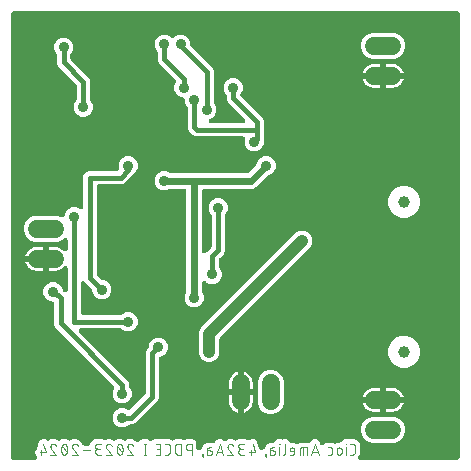
<source format=gbl>
G04 EAGLE Gerber RS-274X export*
G75*
%MOMM*%
%FSLAX34Y34*%
%LPD*%
%INBottom Copper*%
%IPPOS*%
%AMOC8*
5,1,8,0,0,1.08239X$1,22.5*%
G01*
%ADD10C,0.101600*%
%ADD11C,1.508000*%
%ADD12C,1.000000*%
%ADD13C,0.900000*%
%ADD14C,0.406400*%
%ADD15C,1.016000*%
%ADD16C,0.609600*%

G36*
X29880Y10162D02*
X29880Y10162D01*
X29889Y10161D01*
X30081Y10182D01*
X30272Y10201D01*
X30280Y10203D01*
X30289Y10204D01*
X30472Y10262D01*
X30657Y10319D01*
X30664Y10323D01*
X30673Y10326D01*
X30842Y10419D01*
X31011Y10511D01*
X31017Y10516D01*
X31025Y10521D01*
X31173Y10646D01*
X31320Y10768D01*
X31325Y10775D01*
X31332Y10781D01*
X31452Y10933D01*
X31572Y11082D01*
X31576Y11090D01*
X31582Y11097D01*
X31670Y11270D01*
X31758Y11439D01*
X31760Y11448D01*
X31764Y11456D01*
X31816Y11641D01*
X31869Y11826D01*
X31870Y11835D01*
X31872Y11844D01*
X31886Y12036D01*
X31902Y12228D01*
X31901Y12236D01*
X31902Y12245D01*
X31877Y12437D01*
X31855Y12627D01*
X31852Y12636D01*
X31851Y12645D01*
X31790Y12827D01*
X31730Y13010D01*
X31726Y13018D01*
X31723Y13026D01*
X31627Y13193D01*
X31532Y13361D01*
X31526Y13368D01*
X31522Y13375D01*
X31307Y13628D01*
X30728Y14208D01*
X30109Y15701D01*
X30109Y17319D01*
X30728Y18812D01*
X31607Y19692D01*
X31627Y19716D01*
X31651Y19736D01*
X31754Y19871D01*
X31862Y20003D01*
X31877Y20031D01*
X31896Y20055D01*
X32048Y20351D01*
X32252Y20845D01*
X32602Y21194D01*
X32670Y21278D01*
X32746Y21354D01*
X32797Y21433D01*
X32857Y21506D01*
X32907Y21601D01*
X32966Y21691D01*
X33001Y21778D01*
X33045Y21861D01*
X33076Y21965D01*
X33116Y22065D01*
X33133Y22157D01*
X33160Y22247D01*
X33170Y22355D01*
X33190Y22461D01*
X33188Y22554D01*
X33197Y22648D01*
X33185Y22755D01*
X33183Y22863D01*
X33161Y22973D01*
X33153Y23048D01*
X33135Y23106D01*
X33118Y23189D01*
X33092Y23283D01*
X33276Y24889D01*
X34061Y26303D01*
X35328Y27308D01*
X36883Y27752D01*
X38489Y27568D01*
X40137Y26652D01*
X40205Y26623D01*
X40269Y26585D01*
X40348Y26558D01*
X40379Y26542D01*
X40412Y26533D01*
X40507Y26493D01*
X40579Y26477D01*
X40650Y26453D01*
X40776Y26436D01*
X40901Y26409D01*
X40975Y26408D01*
X41049Y26398D01*
X41175Y26406D01*
X41303Y26405D01*
X41376Y26419D01*
X41450Y26423D01*
X41573Y26456D01*
X41699Y26480D01*
X41768Y26508D01*
X41839Y26527D01*
X41917Y26564D01*
X41934Y26569D01*
X41973Y26590D01*
X41991Y26599D01*
X42072Y26632D01*
X42100Y26650D01*
X42139Y26669D01*
X43902Y27687D01*
X47093Y27687D01*
X49729Y26512D01*
X49808Y26486D01*
X49883Y26451D01*
X49998Y26423D01*
X50111Y26386D01*
X50194Y26376D01*
X50274Y26356D01*
X50393Y26351D01*
X50511Y26337D01*
X50594Y26343D01*
X50677Y26340D01*
X50794Y26359D01*
X50912Y26368D01*
X50992Y26391D01*
X51074Y26404D01*
X51185Y26445D01*
X51300Y26478D01*
X51374Y26516D01*
X51451Y26545D01*
X51581Y26622D01*
X51658Y26661D01*
X51690Y26687D01*
X51736Y26715D01*
X53097Y27687D01*
X56907Y27687D01*
X58205Y26760D01*
X58245Y26737D01*
X58264Y26722D01*
X58315Y26696D01*
X58368Y26666D01*
X58531Y26570D01*
X58543Y26566D01*
X58554Y26559D01*
X58733Y26500D01*
X58911Y26438D01*
X58924Y26436D01*
X58936Y26432D01*
X59124Y26408D01*
X59310Y26383D01*
X59323Y26384D01*
X59335Y26382D01*
X59524Y26396D01*
X59712Y26408D01*
X59724Y26411D01*
X59737Y26412D01*
X59918Y26463D01*
X60101Y26512D01*
X60114Y26518D01*
X60124Y26521D01*
X60181Y26550D01*
X60401Y26654D01*
X62190Y27687D01*
X65381Y27687D01*
X68102Y26474D01*
X70094Y24259D01*
X70339Y23504D01*
X70380Y23410D01*
X70412Y23312D01*
X70460Y23226D01*
X70500Y23135D01*
X70559Y23051D01*
X70610Y22961D01*
X70674Y22886D01*
X70731Y22806D01*
X70806Y22734D01*
X70873Y22656D01*
X70951Y22596D01*
X71022Y22528D01*
X71110Y22473D01*
X71191Y22410D01*
X71280Y22366D01*
X71363Y22313D01*
X71459Y22276D01*
X71552Y22230D01*
X71647Y22205D01*
X71739Y22170D01*
X71841Y22153D01*
X71940Y22126D01*
X72059Y22116D01*
X72136Y22103D01*
X72194Y22105D01*
X72271Y22099D01*
X75226Y22099D01*
X75317Y22108D01*
X75408Y22107D01*
X75517Y22128D01*
X75627Y22139D01*
X75714Y22165D01*
X75803Y22182D01*
X75906Y22224D01*
X76012Y22257D01*
X76092Y22300D01*
X76176Y22334D01*
X76269Y22396D01*
X76366Y22449D01*
X76436Y22507D01*
X76512Y22557D01*
X76590Y22635D01*
X76675Y22706D01*
X76732Y22777D01*
X76797Y22842D01*
X76875Y22955D01*
X76927Y23020D01*
X76949Y23062D01*
X76985Y23114D01*
X78682Y26053D01*
X81512Y27687D01*
X87002Y27687D01*
X88312Y27144D01*
X88465Y27098D01*
X88615Y27045D01*
X88657Y27040D01*
X88697Y27028D01*
X88857Y27012D01*
X89014Y26991D01*
X89056Y26993D01*
X89098Y26989D01*
X89257Y27006D01*
X89416Y27016D01*
X89457Y27027D01*
X89499Y27031D01*
X89651Y27078D01*
X89805Y27120D01*
X89848Y27140D01*
X89883Y27151D01*
X89960Y27193D01*
X90105Y27262D01*
X90841Y27687D01*
X94033Y27687D01*
X96668Y26512D01*
X96747Y26486D01*
X96822Y26451D01*
X96938Y26423D01*
X97050Y26386D01*
X97133Y26376D01*
X97214Y26356D01*
X97332Y26351D01*
X97450Y26337D01*
X97533Y26343D01*
X97616Y26340D01*
X97733Y26359D01*
X97851Y26368D01*
X97931Y26391D01*
X98013Y26404D01*
X98125Y26445D01*
X98239Y26478D01*
X98313Y26516D01*
X98391Y26545D01*
X98520Y26622D01*
X98597Y26661D01*
X98629Y26687D01*
X98676Y26715D01*
X100036Y27687D01*
X103846Y27687D01*
X105144Y26760D01*
X105184Y26737D01*
X105203Y26722D01*
X105254Y26696D01*
X105308Y26666D01*
X105470Y26570D01*
X105482Y26566D01*
X105493Y26559D01*
X105672Y26500D01*
X105850Y26438D01*
X105863Y26436D01*
X105875Y26432D01*
X106063Y26408D01*
X106249Y26383D01*
X106262Y26384D01*
X106274Y26382D01*
X106463Y26396D01*
X106651Y26408D01*
X106663Y26411D01*
X106676Y26412D01*
X106858Y26463D01*
X107040Y26512D01*
X107053Y26518D01*
X107064Y26521D01*
X107120Y26550D01*
X107340Y26654D01*
X109129Y27687D01*
X112321Y27687D01*
X115042Y26474D01*
X115656Y25790D01*
X115709Y25742D01*
X115756Y25687D01*
X115858Y25607D01*
X115954Y25519D01*
X116015Y25482D01*
X116072Y25438D01*
X116188Y25379D01*
X116299Y25312D01*
X116367Y25288D01*
X116431Y25255D01*
X116556Y25221D01*
X116678Y25177D01*
X116749Y25167D01*
X116819Y25147D01*
X116948Y25138D01*
X117077Y25119D01*
X117148Y25123D01*
X117220Y25118D01*
X117349Y25134D01*
X117479Y25142D01*
X117548Y25160D01*
X117620Y25169D01*
X117743Y25210D01*
X117869Y25243D01*
X117933Y25274D01*
X118001Y25297D01*
X118114Y25362D01*
X118231Y25418D01*
X118288Y25462D01*
X118350Y25498D01*
X118482Y25609D01*
X118551Y25662D01*
X118572Y25686D01*
X118603Y25712D01*
X119959Y27068D01*
X121453Y27687D01*
X125102Y27687D01*
X126596Y27068D01*
X126911Y26753D01*
X126925Y26742D01*
X126936Y26728D01*
X127080Y26614D01*
X127222Y26498D01*
X127238Y26490D01*
X127252Y26478D01*
X127416Y26395D01*
X127578Y26309D01*
X127595Y26304D01*
X127611Y26296D01*
X127788Y26247D01*
X127964Y26194D01*
X127982Y26193D01*
X127999Y26188D01*
X128181Y26175D01*
X128365Y26158D01*
X128382Y26160D01*
X128400Y26159D01*
X128582Y26182D01*
X128765Y26201D01*
X128782Y26207D01*
X128800Y26209D01*
X128974Y26267D01*
X129149Y26323D01*
X129164Y26332D01*
X129181Y26337D01*
X129341Y26429D01*
X129501Y26518D01*
X129515Y26529D01*
X129530Y26538D01*
X129783Y26753D01*
X130098Y27068D01*
X131592Y27687D01*
X137273Y27687D01*
X137643Y27534D01*
X137668Y27526D01*
X137692Y27514D01*
X137861Y27468D01*
X138028Y27417D01*
X138055Y27415D01*
X138081Y27408D01*
X138255Y27396D01*
X138429Y27379D01*
X138456Y27382D01*
X138482Y27380D01*
X138656Y27403D01*
X138829Y27421D01*
X138855Y27429D01*
X138882Y27432D01*
X139198Y27534D01*
X139567Y27687D01*
X144041Y27687D01*
X145779Y26683D01*
X145862Y26646D01*
X145941Y26599D01*
X146045Y26563D01*
X146146Y26517D01*
X146235Y26497D01*
X146321Y26467D01*
X146431Y26452D01*
X146539Y26427D01*
X146630Y26425D01*
X146720Y26412D01*
X146830Y26419D01*
X146941Y26416D01*
X147031Y26432D01*
X147122Y26438D01*
X147229Y26466D01*
X147338Y26485D01*
X147423Y26518D01*
X147511Y26541D01*
X147635Y26600D01*
X147713Y26631D01*
X147754Y26656D01*
X147811Y26683D01*
X149549Y27687D01*
X154667Y27687D01*
X155997Y27136D01*
X156149Y27090D01*
X156300Y27037D01*
X156342Y27032D01*
X156382Y27019D01*
X156541Y27004D01*
X156699Y26983D01*
X156741Y26985D01*
X156783Y26981D01*
X156942Y26998D01*
X157101Y27008D01*
X157142Y27019D01*
X157184Y27023D01*
X157336Y27070D01*
X157490Y27112D01*
X157533Y27132D01*
X157568Y27143D01*
X157644Y27185D01*
X157790Y27253D01*
X158540Y27687D01*
X163659Y27687D01*
X165153Y27068D01*
X166296Y25924D01*
X166915Y24431D01*
X166915Y20390D01*
X166916Y20376D01*
X166915Y20363D01*
X166936Y20177D01*
X166955Y19989D01*
X166959Y19976D01*
X166960Y19963D01*
X167017Y19785D01*
X167073Y19604D01*
X167079Y19592D01*
X167083Y19580D01*
X167175Y19416D01*
X167265Y19250D01*
X167273Y19240D01*
X167280Y19228D01*
X167402Y19085D01*
X167522Y18941D01*
X167533Y18933D01*
X167542Y18922D01*
X167690Y18806D01*
X167836Y18689D01*
X167848Y18683D01*
X167859Y18674D01*
X168028Y18589D01*
X168193Y18503D01*
X168206Y18500D01*
X168218Y18493D01*
X168401Y18444D01*
X168580Y18392D01*
X168594Y18391D01*
X168607Y18387D01*
X168795Y18374D01*
X168982Y18359D01*
X168995Y18360D01*
X169008Y18360D01*
X169196Y18384D01*
X169381Y18406D01*
X169394Y18410D01*
X169408Y18412D01*
X169723Y18513D01*
X170843Y18977D01*
X170863Y18988D01*
X170884Y18994D01*
X171040Y19083D01*
X171198Y19167D01*
X171215Y19181D01*
X171235Y19192D01*
X171370Y19309D01*
X171508Y19424D01*
X171522Y19441D01*
X171539Y19456D01*
X171649Y19597D01*
X171762Y19736D01*
X171773Y19756D01*
X171786Y19774D01*
X171866Y19934D01*
X171949Y20093D01*
X171955Y20114D01*
X171965Y20134D01*
X172012Y20308D01*
X172062Y20479D01*
X172063Y20489D01*
X173595Y23141D01*
X176188Y24639D01*
X180549Y24639D01*
X180617Y24610D01*
X180726Y24587D01*
X180833Y24555D01*
X180923Y24546D01*
X181011Y24528D01*
X181122Y24527D01*
X181234Y24517D01*
X181323Y24526D01*
X181413Y24526D01*
X181523Y24547D01*
X181634Y24558D01*
X181720Y24585D01*
X181809Y24602D01*
X181912Y24645D01*
X182018Y24678D01*
X182098Y24722D01*
X182181Y24756D01*
X182273Y24818D01*
X182372Y24871D01*
X182441Y24930D01*
X182516Y24980D01*
X182594Y25059D01*
X182680Y25131D01*
X182736Y25201D01*
X182800Y25265D01*
X182861Y25358D01*
X182931Y25445D01*
X182972Y25526D01*
X183022Y25601D01*
X183032Y25625D01*
X183101Y25705D01*
X183152Y25777D01*
X183211Y25844D01*
X183284Y25964D01*
X183333Y26033D01*
X183352Y26075D01*
X183383Y26127D01*
X183401Y26163D01*
X183685Y26409D01*
X183739Y26467D01*
X183888Y26613D01*
X184134Y26896D01*
X184170Y26914D01*
X184245Y26961D01*
X184325Y27000D01*
X184439Y27084D01*
X184510Y27129D01*
X184544Y27161D01*
X184593Y27196D01*
X184623Y27222D01*
X184979Y27341D01*
X185051Y27374D01*
X185245Y27451D01*
X185580Y27619D01*
X185620Y27622D01*
X185708Y27637D01*
X185797Y27642D01*
X185934Y27676D01*
X186017Y27690D01*
X186060Y27707D01*
X186119Y27721D01*
X186157Y27734D01*
X186531Y27707D01*
X186610Y27709D01*
X186819Y27707D01*
X187193Y27734D01*
X187231Y27721D01*
X187318Y27702D01*
X187402Y27672D01*
X187542Y27651D01*
X187624Y27632D01*
X187670Y27631D01*
X187730Y27622D01*
X187770Y27619D01*
X188105Y27451D01*
X188180Y27423D01*
X188372Y27341D01*
X188728Y27222D01*
X188758Y27196D01*
X188830Y27145D01*
X188897Y27086D01*
X189018Y27013D01*
X189087Y26964D01*
X189129Y26945D01*
X189180Y26914D01*
X189218Y26895D01*
X189230Y26884D01*
X189245Y26863D01*
X189376Y26746D01*
X189504Y26625D01*
X189526Y26611D01*
X189545Y26594D01*
X189696Y26505D01*
X189845Y26412D01*
X189869Y26403D01*
X189892Y26389D01*
X190057Y26332D01*
X190222Y26270D01*
X190248Y26266D01*
X190272Y26257D01*
X190446Y26233D01*
X190620Y26205D01*
X190645Y26206D01*
X190671Y26202D01*
X190846Y26213D01*
X191022Y26220D01*
X191047Y26226D01*
X191073Y26228D01*
X191243Y26273D01*
X191413Y26314D01*
X191437Y26325D01*
X191462Y26331D01*
X191762Y26473D01*
X193863Y27687D01*
X197055Y27687D01*
X199364Y26658D01*
X199541Y26599D01*
X199716Y26538D01*
X199731Y26536D01*
X199746Y26531D01*
X199930Y26509D01*
X200115Y26483D01*
X200130Y26484D01*
X200145Y26482D01*
X200330Y26497D01*
X200517Y26508D01*
X200532Y26512D01*
X200547Y26513D01*
X200725Y26564D01*
X200906Y26612D01*
X200921Y26619D01*
X200934Y26623D01*
X200996Y26655D01*
X201206Y26754D01*
X202821Y27687D01*
X208312Y27687D01*
X209831Y27057D01*
X209834Y27054D01*
X209916Y27000D01*
X209992Y26937D01*
X210084Y26889D01*
X210170Y26832D01*
X210261Y26795D01*
X210348Y26749D01*
X210447Y26719D01*
X210543Y26680D01*
X210640Y26662D01*
X210734Y26634D01*
X210837Y26625D01*
X210939Y26605D01*
X211037Y26606D01*
X211135Y26597D01*
X211238Y26609D01*
X211341Y26610D01*
X211437Y26630D01*
X211535Y26641D01*
X211634Y26672D01*
X211735Y26694D01*
X211825Y26733D01*
X211919Y26762D01*
X212010Y26812D01*
X212105Y26853D01*
X212203Y26919D01*
X212271Y26957D01*
X212315Y26994D01*
X212380Y27038D01*
X212721Y27308D01*
X214276Y27752D01*
X215882Y27568D01*
X217296Y26783D01*
X218301Y25516D01*
X219969Y19681D01*
X220018Y19556D01*
X220059Y19429D01*
X220092Y19370D01*
X220117Y19307D01*
X220190Y19194D01*
X220255Y19077D01*
X220299Y19026D01*
X220336Y18969D01*
X220430Y18873D01*
X220517Y18772D01*
X220570Y18730D01*
X220618Y18681D01*
X220729Y18606D01*
X220834Y18523D01*
X220895Y18493D01*
X220951Y18455D01*
X221074Y18403D01*
X221194Y18343D01*
X221259Y18325D01*
X221322Y18298D01*
X221453Y18272D01*
X221582Y18236D01*
X221650Y18232D01*
X221716Y18218D01*
X221850Y18218D01*
X221984Y18209D01*
X222051Y18217D01*
X222119Y18217D01*
X222251Y18243D01*
X222383Y18261D01*
X222457Y18285D01*
X222514Y18296D01*
X222586Y18326D01*
X222699Y18362D01*
X224183Y18977D01*
X224203Y18988D01*
X224224Y18994D01*
X224380Y19083D01*
X224538Y19167D01*
X224555Y19181D01*
X224574Y19192D01*
X224710Y19309D01*
X224848Y19424D01*
X224862Y19441D01*
X224879Y19456D01*
X224989Y19597D01*
X225102Y19736D01*
X225112Y19756D01*
X225126Y19774D01*
X225206Y19934D01*
X225289Y20093D01*
X225295Y20114D01*
X225305Y20134D01*
X225352Y20308D01*
X225402Y20479D01*
X225403Y20489D01*
X226934Y23141D01*
X229528Y24639D01*
X231682Y24639D01*
X231704Y24641D01*
X231727Y24639D01*
X231904Y24661D01*
X232083Y24679D01*
X232104Y24685D01*
X232126Y24688D01*
X232296Y24744D01*
X232468Y24797D01*
X232487Y24807D01*
X232508Y24814D01*
X232664Y24903D01*
X232822Y24989D01*
X232839Y25003D01*
X232858Y25014D01*
X232993Y25132D01*
X233131Y25246D01*
X233145Y25264D01*
X233162Y25278D01*
X233271Y25420D01*
X233383Y25560D01*
X233394Y25580D01*
X233407Y25598D01*
X233559Y25893D01*
X233572Y25925D01*
X234715Y27068D01*
X236209Y27687D01*
X238334Y27687D01*
X238961Y27427D01*
X238986Y27419D01*
X239010Y27407D01*
X239179Y27361D01*
X239346Y27311D01*
X239373Y27308D01*
X239399Y27301D01*
X239573Y27289D01*
X239747Y27273D01*
X239774Y27275D01*
X239800Y27274D01*
X239973Y27296D01*
X240147Y27314D01*
X240173Y27322D01*
X240199Y27326D01*
X240515Y27427D01*
X241142Y27687D01*
X242759Y27687D01*
X244253Y27068D01*
X245396Y25924D01*
X245409Y25893D01*
X245420Y25873D01*
X245427Y25852D01*
X245515Y25696D01*
X245600Y25538D01*
X245614Y25521D01*
X245625Y25501D01*
X245742Y25366D01*
X245856Y25227D01*
X245873Y25213D01*
X245888Y25196D01*
X246029Y25087D01*
X246169Y24974D01*
X246189Y24963D01*
X246206Y24950D01*
X246366Y24870D01*
X246525Y24787D01*
X246547Y24780D01*
X246567Y24770D01*
X246740Y24724D01*
X246912Y24674D01*
X246934Y24672D01*
X246955Y24666D01*
X247286Y24639D01*
X249573Y24639D01*
X250954Y23841D01*
X251038Y23804D01*
X251116Y23758D01*
X251220Y23721D01*
X251321Y23676D01*
X251410Y23655D01*
X251496Y23625D01*
X251606Y23610D01*
X251714Y23585D01*
X251805Y23583D01*
X251895Y23571D01*
X252005Y23577D01*
X252116Y23574D01*
X252206Y23590D01*
X252297Y23596D01*
X252404Y23624D01*
X252513Y23643D01*
X252598Y23676D01*
X252686Y23699D01*
X252810Y23758D01*
X252888Y23789D01*
X252929Y23814D01*
X252986Y23841D01*
X254367Y24639D01*
X261257Y24639D01*
X261299Y24626D01*
X261382Y24591D01*
X261491Y24568D01*
X261598Y24536D01*
X261688Y24527D01*
X261776Y24509D01*
X261888Y24508D01*
X261999Y24498D01*
X262088Y24507D01*
X262178Y24506D01*
X262288Y24528D01*
X262399Y24539D01*
X262485Y24566D01*
X262574Y24583D01*
X262677Y24626D01*
X262784Y24659D01*
X262863Y24702D01*
X262946Y24737D01*
X263039Y24798D01*
X263137Y24852D01*
X263206Y24910D01*
X263281Y24960D01*
X263359Y25039D01*
X263445Y25111D01*
X263501Y25182D01*
X263565Y25246D01*
X263626Y25339D01*
X263696Y25426D01*
X263737Y25506D01*
X263787Y25581D01*
X263807Y25629D01*
X263872Y25705D01*
X263924Y25777D01*
X263983Y25844D01*
X264056Y25964D01*
X264105Y26033D01*
X264123Y26075D01*
X264155Y26127D01*
X264173Y26163D01*
X264456Y26409D01*
X264511Y26467D01*
X264660Y26613D01*
X264906Y26896D01*
X264942Y26914D01*
X265017Y26961D01*
X265097Y27000D01*
X265210Y27084D01*
X265282Y27129D01*
X265315Y27161D01*
X265364Y27196D01*
X265394Y27222D01*
X265750Y27341D01*
X265823Y27374D01*
X266016Y27451D01*
X266352Y27619D01*
X266392Y27622D01*
X266480Y27637D01*
X266568Y27642D01*
X266705Y27676D01*
X266789Y27690D01*
X266832Y27707D01*
X266891Y27721D01*
X266928Y27734D01*
X267303Y27707D01*
X267382Y27709D01*
X267591Y27707D01*
X267965Y27734D01*
X268003Y27721D01*
X268089Y27702D01*
X268174Y27672D01*
X268313Y27651D01*
X268396Y27632D01*
X268442Y27631D01*
X268501Y27622D01*
X268541Y27619D01*
X268877Y27451D01*
X268952Y27423D01*
X269143Y27341D01*
X269499Y27222D01*
X269529Y27196D01*
X269602Y27145D01*
X269668Y27086D01*
X269789Y27013D01*
X269858Y26964D01*
X269900Y26945D01*
X269952Y26914D01*
X269988Y26896D01*
X270234Y26613D01*
X270292Y26558D01*
X270437Y26409D01*
X270721Y26163D01*
X270739Y26127D01*
X270786Y26052D01*
X270825Y25972D01*
X270908Y25858D01*
X270953Y25787D01*
X270985Y25753D01*
X271021Y25705D01*
X271047Y25674D01*
X271166Y25319D01*
X271198Y25246D01*
X271276Y25052D01*
X271444Y24717D01*
X271447Y24677D01*
X271462Y24589D01*
X271467Y24500D01*
X271501Y24363D01*
X271515Y24280D01*
X271532Y24237D01*
X271546Y24178D01*
X271686Y23758D01*
X271721Y23680D01*
X271747Y23599D01*
X271803Y23497D01*
X271851Y23391D01*
X271900Y23321D01*
X271942Y23246D01*
X272017Y23158D01*
X272084Y23063D01*
X272147Y23004D01*
X272202Y22939D01*
X272293Y22867D01*
X272378Y22788D01*
X272451Y22743D01*
X272518Y22690D01*
X272622Y22637D01*
X272721Y22576D01*
X272801Y22546D01*
X272877Y22507D01*
X272989Y22476D01*
X273098Y22436D01*
X273182Y22422D01*
X273265Y22399D01*
X273381Y22391D01*
X273496Y22373D01*
X273581Y22376D01*
X273666Y22370D01*
X273782Y22385D01*
X273898Y22389D01*
X273981Y22410D01*
X274066Y22420D01*
X274176Y22457D01*
X274289Y22485D01*
X274366Y22521D01*
X274447Y22549D01*
X274548Y22607D01*
X274654Y22656D01*
X274722Y22707D01*
X274796Y22750D01*
X274908Y22844D01*
X274977Y22896D01*
X275006Y22928D01*
X275049Y22964D01*
X276105Y24020D01*
X277599Y24639D01*
X281937Y24639D01*
X283070Y23984D01*
X283153Y23947D01*
X283231Y23901D01*
X283336Y23864D01*
X283437Y23819D01*
X283526Y23798D01*
X283612Y23768D01*
X283722Y23753D01*
X283829Y23729D01*
X283920Y23726D01*
X284011Y23714D01*
X284121Y23721D01*
X284232Y23718D01*
X284322Y23733D01*
X284412Y23739D01*
X284520Y23767D01*
X284629Y23786D01*
X284713Y23819D01*
X284801Y23843D01*
X284926Y23901D01*
X285004Y23932D01*
X285044Y23957D01*
X285101Y23984D01*
X286235Y24639D01*
X288070Y24639D01*
X288092Y24641D01*
X288114Y24639D01*
X288292Y24661D01*
X288470Y24679D01*
X288492Y24685D01*
X288514Y24688D01*
X288684Y24744D01*
X288855Y24797D01*
X288875Y24807D01*
X288896Y24814D01*
X289052Y24903D01*
X289209Y24989D01*
X289226Y25003D01*
X289246Y25014D01*
X289381Y25132D01*
X289518Y25246D01*
X289533Y25264D01*
X289549Y25278D01*
X289658Y25420D01*
X289771Y25560D01*
X289781Y25580D01*
X289795Y25598D01*
X289946Y25893D01*
X289960Y25925D01*
X291103Y27068D01*
X292597Y27687D01*
X294728Y27687D01*
X294750Y27676D01*
X294918Y27630D01*
X295086Y27579D01*
X295112Y27577D01*
X295138Y27570D01*
X295312Y27558D01*
X295486Y27541D01*
X295513Y27544D01*
X295540Y27542D01*
X295713Y27565D01*
X295887Y27583D01*
X295912Y27591D01*
X295939Y27594D01*
X296227Y27687D01*
X300708Y27687D01*
X303537Y26053D01*
X305171Y23224D01*
X305171Y14876D01*
X304207Y13208D01*
X304147Y13074D01*
X304080Y12945D01*
X304064Y12891D01*
X304041Y12841D01*
X304009Y12698D01*
X303968Y12558D01*
X303964Y12502D01*
X303951Y12448D01*
X303947Y12302D01*
X303935Y12156D01*
X303942Y12101D01*
X303940Y12046D01*
X303965Y11902D01*
X303982Y11757D01*
X304000Y11704D01*
X304009Y11649D01*
X304062Y11513D01*
X304107Y11374D01*
X304134Y11325D01*
X304155Y11274D01*
X304233Y11151D01*
X304305Y11023D01*
X304341Y10981D01*
X304371Y10934D01*
X304473Y10829D01*
X304568Y10718D01*
X304612Y10685D01*
X304651Y10644D01*
X304771Y10561D01*
X304886Y10472D01*
X304936Y10447D01*
X304982Y10415D01*
X305116Y10357D01*
X305247Y10292D01*
X305300Y10278D01*
X305351Y10256D01*
X305494Y10226D01*
X305636Y10188D01*
X305699Y10183D01*
X305745Y10173D01*
X305829Y10172D01*
X305966Y10161D01*
X387808Y10161D01*
X387826Y10163D01*
X387844Y10161D01*
X388026Y10182D01*
X388209Y10201D01*
X388226Y10206D01*
X388243Y10208D01*
X388418Y10265D01*
X388594Y10319D01*
X388609Y10327D01*
X388626Y10333D01*
X388786Y10423D01*
X388948Y10511D01*
X388961Y10522D01*
X388977Y10531D01*
X389116Y10651D01*
X389257Y10768D01*
X389268Y10782D01*
X389282Y10794D01*
X389394Y10939D01*
X389509Y11082D01*
X389517Y11098D01*
X389528Y11112D01*
X389610Y11277D01*
X389695Y11439D01*
X389700Y11456D01*
X389708Y11472D01*
X389755Y11651D01*
X389806Y11826D01*
X389808Y11844D01*
X389812Y11861D01*
X389839Y12192D01*
X389839Y387808D01*
X389837Y387826D01*
X389839Y387844D01*
X389818Y388026D01*
X389799Y388209D01*
X389794Y388226D01*
X389792Y388243D01*
X389735Y388418D01*
X389681Y388594D01*
X389673Y388609D01*
X389667Y388626D01*
X389577Y388786D01*
X389489Y388948D01*
X389478Y388961D01*
X389469Y388977D01*
X389349Y389116D01*
X389232Y389257D01*
X389218Y389268D01*
X389206Y389282D01*
X389061Y389394D01*
X388918Y389509D01*
X388902Y389517D01*
X388888Y389528D01*
X388723Y389610D01*
X388561Y389695D01*
X388544Y389700D01*
X388528Y389708D01*
X388349Y389755D01*
X388174Y389806D01*
X388156Y389808D01*
X388139Y389812D01*
X387808Y389839D01*
X12192Y389839D01*
X12174Y389837D01*
X12156Y389839D01*
X11974Y389818D01*
X11791Y389799D01*
X11774Y389794D01*
X11757Y389792D01*
X11582Y389735D01*
X11406Y389681D01*
X11391Y389673D01*
X11374Y389667D01*
X11214Y389577D01*
X11052Y389489D01*
X11039Y389478D01*
X11023Y389469D01*
X10884Y389349D01*
X10743Y389232D01*
X10732Y389218D01*
X10718Y389206D01*
X10606Y389061D01*
X10491Y388918D01*
X10483Y388902D01*
X10472Y388888D01*
X10390Y388723D01*
X10305Y388561D01*
X10300Y388544D01*
X10292Y388528D01*
X10245Y388349D01*
X10194Y388174D01*
X10192Y388156D01*
X10188Y388139D01*
X10161Y387808D01*
X10161Y12192D01*
X10163Y12174D01*
X10161Y12156D01*
X10182Y11974D01*
X10201Y11791D01*
X10206Y11774D01*
X10208Y11757D01*
X10265Y11582D01*
X10319Y11406D01*
X10327Y11391D01*
X10333Y11374D01*
X10423Y11214D01*
X10511Y11052D01*
X10522Y11039D01*
X10531Y11023D01*
X10651Y10884D01*
X10768Y10743D01*
X10782Y10732D01*
X10794Y10718D01*
X10939Y10606D01*
X11082Y10491D01*
X11098Y10483D01*
X11112Y10472D01*
X11277Y10390D01*
X11439Y10305D01*
X11456Y10300D01*
X11472Y10292D01*
X11651Y10244D01*
X11826Y10194D01*
X11844Y10192D01*
X11861Y10188D01*
X12192Y10161D01*
X29871Y10161D01*
X29880Y10162D01*
G37*
%LPC*%
G36*
X102537Y57983D02*
X102537Y57983D01*
X99576Y59210D01*
X97310Y61476D01*
X96083Y64437D01*
X96083Y67643D01*
X97371Y70752D01*
X97378Y70773D01*
X97388Y70793D01*
X97436Y70966D01*
X97488Y71137D01*
X97490Y71159D01*
X97496Y71181D01*
X97509Y71360D01*
X97526Y71538D01*
X97523Y71560D01*
X97525Y71582D01*
X97503Y71761D01*
X97484Y71939D01*
X97477Y71960D01*
X97475Y71982D01*
X97418Y72152D01*
X97364Y72323D01*
X97354Y72342D01*
X97346Y72364D01*
X97257Y72519D01*
X97171Y72676D01*
X97157Y72693D01*
X97146Y72712D01*
X96931Y72965D01*
X47304Y122592D01*
X46453Y124646D01*
X46453Y142269D01*
X46451Y142287D01*
X46453Y142305D01*
X46431Y142487D01*
X46413Y142670D01*
X46408Y142687D01*
X46406Y142704D01*
X46349Y142879D01*
X46295Y143055D01*
X46287Y143070D01*
X46281Y143087D01*
X46191Y143247D01*
X46103Y143409D01*
X46092Y143422D01*
X46083Y143438D01*
X45963Y143577D01*
X45846Y143718D01*
X45832Y143729D01*
X45820Y143743D01*
X45675Y143855D01*
X45532Y143970D01*
X45516Y143978D01*
X45502Y143989D01*
X45337Y144071D01*
X45175Y144156D01*
X45157Y144161D01*
X45141Y144169D01*
X44963Y144216D01*
X44788Y144267D01*
X44770Y144269D01*
X44753Y144273D01*
X44422Y144300D01*
X43860Y144300D01*
X40898Y145527D01*
X38632Y147793D01*
X37406Y150754D01*
X37406Y153960D01*
X38632Y156921D01*
X40898Y159187D01*
X43860Y160414D01*
X47065Y160414D01*
X50026Y159187D01*
X52292Y156921D01*
X53617Y153723D01*
X53626Y153697D01*
X53677Y153530D01*
X53690Y153506D01*
X53698Y153481D01*
X53786Y153329D01*
X53869Y153176D01*
X53886Y153155D01*
X53899Y153132D01*
X54114Y152879D01*
X54444Y152549D01*
X54451Y152544D01*
X54456Y152537D01*
X54606Y152417D01*
X54755Y152294D01*
X54763Y152290D01*
X54770Y152284D01*
X54940Y152196D01*
X55111Y152106D01*
X55119Y152103D01*
X55127Y152099D01*
X55313Y152045D01*
X55497Y151991D01*
X55506Y151990D01*
X55514Y151987D01*
X55706Y151972D01*
X55898Y151954D01*
X55907Y151955D01*
X55916Y151955D01*
X56106Y151977D01*
X56298Y151998D01*
X56306Y152000D01*
X56315Y152001D01*
X56498Y152061D01*
X56682Y152119D01*
X56690Y152124D01*
X56698Y152126D01*
X56865Y152221D01*
X57034Y152314D01*
X57041Y152320D01*
X57049Y152324D01*
X57194Y152450D01*
X57341Y152574D01*
X57347Y152582D01*
X57354Y152587D01*
X57471Y152739D01*
X57591Y152890D01*
X57595Y152898D01*
X57600Y152905D01*
X57685Y153076D01*
X57773Y153249D01*
X57776Y153258D01*
X57780Y153266D01*
X57830Y153453D01*
X57881Y153637D01*
X57882Y153646D01*
X57884Y153655D01*
X57911Y153986D01*
X57911Y172181D01*
X57910Y172190D01*
X57911Y172199D01*
X57890Y172391D01*
X57871Y172582D01*
X57869Y172590D01*
X57868Y172599D01*
X57810Y172781D01*
X57753Y172967D01*
X57749Y172975D01*
X57746Y172983D01*
X57653Y173151D01*
X57561Y173321D01*
X57556Y173327D01*
X57551Y173335D01*
X57426Y173483D01*
X57304Y173630D01*
X57297Y173635D01*
X57291Y173642D01*
X57140Y173762D01*
X56990Y173882D01*
X56982Y173886D01*
X56975Y173892D01*
X56804Y173979D01*
X56633Y174068D01*
X56624Y174070D01*
X56616Y174074D01*
X56431Y174126D01*
X56246Y174179D01*
X56237Y174180D01*
X56228Y174182D01*
X56036Y174196D01*
X55844Y174212D01*
X55836Y174211D01*
X55827Y174212D01*
X55636Y174188D01*
X55445Y174165D01*
X55436Y174162D01*
X55427Y174161D01*
X55246Y174100D01*
X55062Y174040D01*
X55054Y174036D01*
X55046Y174033D01*
X54880Y173938D01*
X54711Y173842D01*
X54704Y173837D01*
X54697Y173832D01*
X54444Y173617D01*
X53477Y172651D01*
X52194Y171718D01*
X50780Y170998D01*
X49271Y170508D01*
X47703Y170259D01*
X41869Y170259D01*
X41869Y179872D01*
X41867Y179890D01*
X41869Y179907D01*
X41848Y180089D01*
X41829Y180272D01*
X41824Y180289D01*
X41822Y180307D01*
X41809Y180348D01*
X41836Y180442D01*
X41838Y180460D01*
X41842Y180477D01*
X41869Y180808D01*
X41869Y190421D01*
X47703Y190421D01*
X49271Y190172D01*
X50780Y189682D01*
X52194Y188962D01*
X53477Y188029D01*
X54444Y187063D01*
X54451Y187057D01*
X54456Y187050D01*
X54605Y186930D01*
X54755Y186808D01*
X54763Y186803D01*
X54770Y186798D01*
X54940Y186710D01*
X55111Y186619D01*
X55120Y186616D01*
X55127Y186612D01*
X55312Y186559D01*
X55497Y186504D01*
X55506Y186503D01*
X55514Y186501D01*
X55705Y186485D01*
X55898Y186468D01*
X55907Y186469D01*
X55916Y186468D01*
X56105Y186490D01*
X56298Y186511D01*
X56307Y186514D01*
X56315Y186515D01*
X56498Y186574D01*
X56682Y186633D01*
X56690Y186637D01*
X56698Y186640D01*
X56865Y186734D01*
X57034Y186827D01*
X57041Y186833D01*
X57049Y186838D01*
X57194Y186963D01*
X57341Y187088D01*
X57347Y187095D01*
X57354Y187101D01*
X57471Y187252D01*
X57591Y187404D01*
X57595Y187412D01*
X57600Y187419D01*
X57686Y187591D01*
X57773Y187763D01*
X57776Y187771D01*
X57780Y187779D01*
X57829Y187965D01*
X57881Y188151D01*
X57882Y188160D01*
X57884Y188168D01*
X57911Y188499D01*
X57911Y196144D01*
X57910Y196153D01*
X57911Y196162D01*
X57890Y196354D01*
X57871Y196545D01*
X57869Y196553D01*
X57868Y196562D01*
X57810Y196745D01*
X57753Y196930D01*
X57749Y196938D01*
X57746Y196946D01*
X57653Y197115D01*
X57561Y197284D01*
X57556Y197291D01*
X57551Y197299D01*
X57426Y197446D01*
X57304Y197593D01*
X57297Y197599D01*
X57291Y197606D01*
X57139Y197725D01*
X56990Y197845D01*
X56982Y197850D01*
X56975Y197855D01*
X56803Y197942D01*
X56633Y198031D01*
X56624Y198033D01*
X56616Y198037D01*
X56430Y198089D01*
X56246Y198142D01*
X56237Y198143D01*
X56228Y198145D01*
X56036Y198160D01*
X55844Y198175D01*
X55836Y198174D01*
X55827Y198175D01*
X55634Y198150D01*
X55445Y198128D01*
X55436Y198126D01*
X55427Y198124D01*
X55244Y198063D01*
X55062Y198003D01*
X55054Y197999D01*
X55046Y197996D01*
X54880Y197901D01*
X54711Y197806D01*
X54704Y197800D01*
X54697Y197795D01*
X54444Y197581D01*
X53196Y196333D01*
X49608Y194846D01*
X49117Y194643D01*
X29623Y194643D01*
X25544Y196333D01*
X22423Y199454D01*
X20733Y203533D01*
X20733Y207947D01*
X22423Y212026D01*
X25544Y215147D01*
X26335Y215475D01*
X29623Y216837D01*
X49117Y216837D01*
X52635Y215380D01*
X52648Y215376D01*
X52659Y215370D01*
X52839Y215318D01*
X53020Y215263D01*
X53033Y215262D01*
X53046Y215258D01*
X53234Y215243D01*
X53421Y215225D01*
X53434Y215227D01*
X53448Y215225D01*
X53634Y215247D01*
X53821Y215267D01*
X53834Y215271D01*
X53847Y215272D01*
X54026Y215331D01*
X54206Y215387D01*
X54217Y215393D01*
X54230Y215397D01*
X54395Y215490D01*
X54559Y215580D01*
X54569Y215589D01*
X54581Y215595D01*
X54723Y215718D01*
X54867Y215839D01*
X54875Y215850D01*
X54886Y215858D01*
X55001Y216007D01*
X55118Y216154D01*
X55124Y216166D01*
X55132Y216176D01*
X55216Y216345D01*
X55302Y216512D01*
X55306Y216525D01*
X55312Y216537D01*
X55361Y216720D01*
X55412Y216899D01*
X55413Y216913D01*
X55416Y216926D01*
X55443Y217256D01*
X55443Y217503D01*
X56670Y220464D01*
X58936Y222730D01*
X61897Y223957D01*
X65103Y223957D01*
X68437Y222576D01*
X68448Y222572D01*
X68462Y222565D01*
X68624Y222518D01*
X68783Y222467D01*
X68806Y222464D01*
X68822Y222459D01*
X68833Y222458D01*
X68849Y222453D01*
X69017Y222440D01*
X69183Y222421D01*
X69207Y222423D01*
X69223Y222421D01*
X69233Y222422D01*
X69251Y222421D01*
X69417Y222440D01*
X69584Y222454D01*
X69608Y222461D01*
X69624Y222463D01*
X69633Y222465D01*
X69650Y222467D01*
X69810Y222520D01*
X69971Y222566D01*
X69993Y222578D01*
X70008Y222582D01*
X70016Y222587D01*
X70033Y222592D01*
X70180Y222675D01*
X70328Y222752D01*
X70348Y222768D01*
X70361Y222776D01*
X70368Y222781D01*
X70384Y222790D01*
X70511Y222900D01*
X70641Y223005D01*
X70658Y223025D01*
X70669Y223035D01*
X70675Y223041D01*
X70689Y223053D01*
X70791Y223186D01*
X70899Y223315D01*
X70911Y223338D01*
X70920Y223350D01*
X70924Y223357D01*
X70935Y223371D01*
X71010Y223522D01*
X71090Y223669D01*
X71097Y223694D01*
X71104Y223708D01*
X71107Y223716D01*
X71115Y223732D01*
X71158Y223894D01*
X71207Y224055D01*
X71210Y224079D01*
X71214Y224095D01*
X71215Y224104D01*
X71219Y224121D01*
X71246Y224452D01*
X71246Y250032D01*
X72097Y252086D01*
X73669Y253658D01*
X74661Y254069D01*
X75723Y254509D01*
X99353Y254509D01*
X99366Y254510D01*
X99380Y254509D01*
X99566Y254530D01*
X99754Y254549D01*
X99766Y254553D01*
X99780Y254554D01*
X99958Y254611D01*
X100138Y254667D01*
X100150Y254673D01*
X100163Y254677D01*
X100327Y254769D01*
X100493Y254859D01*
X100503Y254867D01*
X100515Y254874D01*
X100658Y254997D01*
X100802Y255116D01*
X100810Y255127D01*
X100820Y255135D01*
X100937Y255284D01*
X101054Y255430D01*
X101060Y255442D01*
X101069Y255452D01*
X101154Y255622D01*
X101240Y255787D01*
X101243Y255800D01*
X101249Y255812D01*
X101299Y255993D01*
X101351Y256174D01*
X101352Y256188D01*
X101356Y256201D01*
X101368Y256387D01*
X101384Y256576D01*
X101382Y256589D01*
X101383Y256602D01*
X101359Y256789D01*
X101337Y256975D01*
X101333Y256988D01*
X101331Y257001D01*
X101230Y257317D01*
X101163Y257477D01*
X101163Y260683D01*
X102390Y263644D01*
X104656Y265910D01*
X107617Y267137D01*
X110823Y267137D01*
X113784Y265910D01*
X116050Y263644D01*
X117277Y260683D01*
X117277Y257477D01*
X116050Y254516D01*
X114470Y252936D01*
X114450Y252912D01*
X114426Y252891D01*
X114323Y252756D01*
X114215Y252624D01*
X114200Y252597D01*
X114181Y252572D01*
X114029Y252277D01*
X113958Y252104D01*
X106036Y244182D01*
X104622Y243596D01*
X103982Y243331D01*
X84455Y243331D01*
X84437Y243329D01*
X84419Y243331D01*
X84237Y243310D01*
X84054Y243291D01*
X84037Y243286D01*
X84020Y243284D01*
X83845Y243227D01*
X83669Y243173D01*
X83654Y243165D01*
X83637Y243159D01*
X83477Y243069D01*
X83315Y242981D01*
X83302Y242970D01*
X83286Y242961D01*
X83147Y242841D01*
X83006Y242724D01*
X82995Y242710D01*
X82981Y242698D01*
X82869Y242553D01*
X82754Y242410D01*
X82746Y242394D01*
X82735Y242380D01*
X82653Y242215D01*
X82568Y242053D01*
X82563Y242036D01*
X82555Y242020D01*
X82508Y241841D01*
X82457Y241666D01*
X82455Y241648D01*
X82451Y241631D01*
X82424Y241300D01*
X82424Y167621D01*
X82426Y167595D01*
X82424Y167568D01*
X82446Y167394D01*
X82464Y167221D01*
X82471Y167195D01*
X82475Y167169D01*
X82531Y167002D01*
X82582Y166836D01*
X82595Y166812D01*
X82603Y166787D01*
X82690Y166635D01*
X82774Y166482D01*
X82791Y166461D01*
X82804Y166438D01*
X83019Y166185D01*
X86247Y162957D01*
X86268Y162940D01*
X86285Y162919D01*
X86423Y162812D01*
X86559Y162702D01*
X86582Y162689D01*
X86603Y162673D01*
X86760Y162595D01*
X86914Y162513D01*
X86940Y162505D01*
X86964Y162493D01*
X87133Y162448D01*
X87300Y162398D01*
X87327Y162396D01*
X87353Y162389D01*
X87683Y162362D01*
X88598Y162362D01*
X91559Y161135D01*
X93825Y158869D01*
X95052Y155908D01*
X95052Y152702D01*
X93825Y149741D01*
X91559Y147475D01*
X88598Y146248D01*
X85392Y146248D01*
X82431Y147475D01*
X80165Y149741D01*
X78938Y152702D01*
X78938Y153617D01*
X78936Y153643D01*
X78938Y153670D01*
X78916Y153844D01*
X78898Y154017D01*
X78891Y154043D01*
X78887Y154069D01*
X78832Y154235D01*
X78780Y154402D01*
X78767Y154426D01*
X78759Y154451D01*
X78672Y154602D01*
X78588Y154756D01*
X78571Y154777D01*
X78558Y154800D01*
X78343Y155053D01*
X72556Y160840D01*
X72549Y160846D01*
X72544Y160853D01*
X72394Y160973D01*
X72245Y161095D01*
X72237Y161099D01*
X72230Y161105D01*
X72060Y161193D01*
X71889Y161284D01*
X71880Y161286D01*
X71873Y161290D01*
X71688Y161344D01*
X71503Y161399D01*
X71494Y161399D01*
X71486Y161402D01*
X71294Y161417D01*
X71102Y161435D01*
X71093Y161434D01*
X71084Y161435D01*
X70895Y161412D01*
X70702Y161392D01*
X70693Y161389D01*
X70685Y161388D01*
X70503Y161328D01*
X70318Y161270D01*
X70310Y161266D01*
X70302Y161263D01*
X70133Y161168D01*
X69966Y161075D01*
X69959Y161069D01*
X69951Y161065D01*
X69805Y160939D01*
X69659Y160815D01*
X69653Y160808D01*
X69646Y160802D01*
X69529Y160650D01*
X69409Y160499D01*
X69405Y160491D01*
X69400Y160484D01*
X69314Y160312D01*
X69227Y160140D01*
X69224Y160131D01*
X69220Y160123D01*
X69170Y159937D01*
X69119Y159752D01*
X69118Y159743D01*
X69116Y159734D01*
X69089Y159404D01*
X69089Y134620D01*
X69091Y134602D01*
X69089Y134584D01*
X69110Y134402D01*
X69129Y134219D01*
X69134Y134202D01*
X69136Y134185D01*
X69193Y134010D01*
X69247Y133834D01*
X69255Y133819D01*
X69261Y133802D01*
X69351Y133642D01*
X69439Y133480D01*
X69450Y133467D01*
X69459Y133451D01*
X69579Y133312D01*
X69696Y133171D01*
X69710Y133160D01*
X69722Y133146D01*
X69867Y133034D01*
X70010Y132919D01*
X70026Y132911D01*
X70040Y132900D01*
X70205Y132818D01*
X70367Y132733D01*
X70384Y132728D01*
X70400Y132720D01*
X70579Y132673D01*
X70754Y132622D01*
X70772Y132620D01*
X70789Y132616D01*
X71120Y132589D01*
X102573Y132589D01*
X102600Y132591D01*
X102627Y132589D01*
X102801Y132611D01*
X102974Y132629D01*
X103000Y132636D01*
X103026Y132640D01*
X103192Y132695D01*
X103359Y132747D01*
X103383Y132760D01*
X103408Y132768D01*
X103560Y132855D01*
X103713Y132939D01*
X103733Y132956D01*
X103757Y132969D01*
X104010Y133184D01*
X104656Y133830D01*
X107617Y135057D01*
X110823Y135057D01*
X113784Y133830D01*
X116050Y131564D01*
X117277Y128603D01*
X117277Y125397D01*
X116050Y122436D01*
X113784Y120170D01*
X110823Y118943D01*
X107617Y118943D01*
X104656Y120170D01*
X104010Y120816D01*
X103989Y120833D01*
X103972Y120854D01*
X103834Y120961D01*
X103698Y121071D01*
X103675Y121084D01*
X103653Y121100D01*
X103497Y121178D01*
X103343Y121260D01*
X103317Y121268D01*
X103293Y121280D01*
X103124Y121325D01*
X102957Y121375D01*
X102930Y121377D01*
X102904Y121384D01*
X102573Y121411D01*
X69196Y121411D01*
X69187Y121410D01*
X69178Y121411D01*
X68985Y121390D01*
X68796Y121371D01*
X68787Y121369D01*
X68778Y121368D01*
X68594Y121309D01*
X68411Y121253D01*
X68403Y121249D01*
X68394Y121246D01*
X68226Y121153D01*
X68057Y121061D01*
X68050Y121056D01*
X68042Y121051D01*
X67895Y120927D01*
X67747Y120804D01*
X67742Y120797D01*
X67735Y120791D01*
X67615Y120639D01*
X67495Y120490D01*
X67491Y120482D01*
X67485Y120475D01*
X67398Y120302D01*
X67310Y120133D01*
X67307Y120124D01*
X67303Y120116D01*
X67251Y119930D01*
X67198Y119746D01*
X67197Y119737D01*
X67195Y119728D01*
X67181Y119535D01*
X67165Y119344D01*
X67166Y119336D01*
X67166Y119327D01*
X67190Y119134D01*
X67212Y118945D01*
X67215Y118936D01*
X67216Y118927D01*
X67277Y118745D01*
X67337Y118562D01*
X67342Y118554D01*
X67344Y118546D01*
X67440Y118379D01*
X67535Y118211D01*
X67541Y118204D01*
X67545Y118197D01*
X67760Y117944D01*
X108878Y76826D01*
X109729Y74772D01*
X109729Y72687D01*
X109731Y72660D01*
X109729Y72633D01*
X109751Y72459D01*
X109769Y72286D01*
X109776Y72260D01*
X109780Y72234D01*
X109835Y72068D01*
X109887Y71901D01*
X109900Y71877D01*
X109908Y71852D01*
X109995Y71700D01*
X110079Y71547D01*
X110096Y71527D01*
X110109Y71503D01*
X110324Y71250D01*
X110970Y70604D01*
X112197Y67643D01*
X112197Y64437D01*
X110970Y61476D01*
X108704Y59210D01*
X105743Y57983D01*
X102537Y57983D01*
G37*
%LPD*%
%LPC*%
G36*
X163497Y139263D02*
X163497Y139263D01*
X160536Y140490D01*
X158270Y142756D01*
X157043Y145717D01*
X157043Y148923D01*
X158341Y152055D01*
X158350Y152085D01*
X158364Y152113D01*
X158408Y152277D01*
X158457Y152440D01*
X158460Y152471D01*
X158468Y152501D01*
X158495Y152832D01*
X158495Y237744D01*
X158493Y237762D01*
X158495Y237780D01*
X158474Y237962D01*
X158455Y238145D01*
X158450Y238162D01*
X158448Y238179D01*
X158391Y238354D01*
X158337Y238530D01*
X158329Y238545D01*
X158323Y238562D01*
X158233Y238722D01*
X158145Y238884D01*
X158134Y238897D01*
X158125Y238913D01*
X158005Y239052D01*
X157888Y239193D01*
X157874Y239204D01*
X157862Y239218D01*
X157717Y239330D01*
X157574Y239445D01*
X157558Y239453D01*
X157544Y239464D01*
X157379Y239546D01*
X157217Y239631D01*
X157200Y239636D01*
X157184Y239644D01*
X157005Y239691D01*
X156830Y239742D01*
X156812Y239744D01*
X156795Y239748D01*
X156464Y239775D01*
X145212Y239775D01*
X145181Y239772D01*
X145150Y239774D01*
X144980Y239752D01*
X144811Y239735D01*
X144782Y239726D01*
X144751Y239722D01*
X144435Y239621D01*
X141303Y238323D01*
X138097Y238323D01*
X135136Y239550D01*
X132870Y241816D01*
X131643Y244777D01*
X131643Y247983D01*
X132870Y250944D01*
X135136Y253210D01*
X138097Y254437D01*
X141303Y254437D01*
X144435Y253139D01*
X144465Y253130D01*
X144493Y253116D01*
X144657Y253072D01*
X144820Y253023D01*
X144851Y253020D01*
X144881Y253012D01*
X145212Y252985D01*
X209783Y252985D01*
X209809Y252987D01*
X209836Y252985D01*
X210010Y253007D01*
X210183Y253025D01*
X210209Y253032D01*
X210236Y253036D01*
X210401Y253091D01*
X210568Y253143D01*
X210592Y253156D01*
X210617Y253164D01*
X210769Y253251D01*
X210922Y253335D01*
X210943Y253352D01*
X210966Y253365D01*
X211219Y253580D01*
X217492Y259853D01*
X217512Y259877D01*
X217535Y259897D01*
X217639Y260032D01*
X217747Y260164D01*
X217762Y260192D01*
X217781Y260216D01*
X217932Y260512D01*
X219230Y263644D01*
X221496Y265910D01*
X224457Y267137D01*
X227663Y267137D01*
X230624Y265910D01*
X232890Y263644D01*
X234117Y260683D01*
X234117Y257477D01*
X232890Y254516D01*
X230624Y252250D01*
X227492Y250952D01*
X227464Y250938D01*
X227434Y250928D01*
X227287Y250843D01*
X227137Y250762D01*
X227113Y250742D01*
X227086Y250727D01*
X226833Y250512D01*
X219245Y242924D01*
X217101Y240781D01*
X214674Y239775D01*
X173736Y239775D01*
X173718Y239773D01*
X173700Y239775D01*
X173518Y239754D01*
X173335Y239735D01*
X173318Y239730D01*
X173301Y239728D01*
X173126Y239671D01*
X172950Y239617D01*
X172935Y239609D01*
X172918Y239603D01*
X172758Y239513D01*
X172596Y239425D01*
X172583Y239414D01*
X172567Y239405D01*
X172428Y239285D01*
X172287Y239168D01*
X172276Y239154D01*
X172262Y239142D01*
X172150Y238997D01*
X172035Y238854D01*
X172027Y238838D01*
X172016Y238824D01*
X171934Y238659D01*
X171849Y238497D01*
X171844Y238480D01*
X171836Y238464D01*
X171789Y238285D01*
X171738Y238110D01*
X171736Y238092D01*
X171732Y238075D01*
X171705Y237744D01*
X171705Y186848D01*
X171705Y186845D01*
X171705Y186844D01*
X171705Y186843D01*
X171705Y186839D01*
X171725Y186643D01*
X171745Y186448D01*
X171746Y186444D01*
X171746Y186439D01*
X171806Y186248D01*
X171863Y186063D01*
X171865Y186059D01*
X171866Y186055D01*
X171962Y185879D01*
X172055Y185709D01*
X172057Y185705D01*
X172060Y185701D01*
X172188Y185548D01*
X172312Y185400D01*
X172316Y185397D01*
X172319Y185393D01*
X172473Y185270D01*
X172626Y185147D01*
X172630Y185145D01*
X172634Y185142D01*
X172811Y185052D01*
X172983Y184962D01*
X172988Y184961D01*
X172992Y184958D01*
X173182Y184904D01*
X173370Y184850D01*
X173375Y184850D01*
X173379Y184849D01*
X173573Y184834D01*
X173772Y184818D01*
X173776Y184818D01*
X173781Y184818D01*
X173977Y184842D01*
X174171Y184864D01*
X174176Y184866D01*
X174180Y184866D01*
X174368Y184929D01*
X174554Y184989D01*
X174558Y184992D01*
X174562Y184993D01*
X174733Y185090D01*
X174905Y185187D01*
X174908Y185190D01*
X174912Y185192D01*
X175061Y185322D01*
X175209Y185450D01*
X175212Y185454D01*
X175216Y185457D01*
X175337Y185614D01*
X175456Y185768D01*
X175458Y185772D01*
X175461Y185776D01*
X175597Y186041D01*
X179236Y189680D01*
X179253Y189701D01*
X179274Y189718D01*
X179381Y189856D01*
X179491Y189992D01*
X179504Y190015D01*
X179520Y190036D01*
X179598Y190193D01*
X179680Y190347D01*
X179688Y190373D01*
X179700Y190397D01*
X179745Y190566D01*
X179795Y190733D01*
X179797Y190760D01*
X179804Y190786D01*
X179831Y191116D01*
X179831Y216873D01*
X179829Y216900D01*
X179831Y216927D01*
X179809Y217101D01*
X179791Y217274D01*
X179784Y217300D01*
X179780Y217326D01*
X179725Y217492D01*
X179673Y217659D01*
X179660Y217683D01*
X179652Y217708D01*
X179565Y217860D01*
X179481Y218013D01*
X179464Y218033D01*
X179451Y218057D01*
X179236Y218310D01*
X178590Y218956D01*
X177363Y221917D01*
X177363Y225123D01*
X178590Y228084D01*
X180856Y230350D01*
X183817Y231577D01*
X187023Y231577D01*
X189984Y230350D01*
X192250Y228084D01*
X193477Y225123D01*
X193477Y221917D01*
X192250Y218956D01*
X191604Y218310D01*
X191587Y218289D01*
X191566Y218272D01*
X191459Y218134D01*
X191349Y217998D01*
X191336Y217975D01*
X191320Y217953D01*
X191242Y217797D01*
X191160Y217643D01*
X191152Y217617D01*
X191140Y217593D01*
X191095Y217424D01*
X191045Y217257D01*
X191043Y217230D01*
X191036Y217204D01*
X191009Y216873D01*
X191009Y186848D01*
X190158Y184794D01*
X186524Y181160D01*
X186507Y181139D01*
X186486Y181122D01*
X186379Y180984D01*
X186269Y180848D01*
X186256Y180825D01*
X186240Y180804D01*
X186162Y180647D01*
X186080Y180493D01*
X186072Y180467D01*
X186060Y180443D01*
X186015Y180274D01*
X185965Y180107D01*
X185963Y180080D01*
X185956Y180054D01*
X185929Y179724D01*
X185929Y173695D01*
X185931Y173668D01*
X185929Y173641D01*
X185951Y173467D01*
X185969Y173294D01*
X185976Y173268D01*
X185980Y173242D01*
X186035Y173076D01*
X186087Y172909D01*
X186100Y172885D01*
X186108Y172860D01*
X186195Y172708D01*
X186279Y172555D01*
X186296Y172535D01*
X186309Y172511D01*
X186524Y172258D01*
X187170Y171612D01*
X188397Y168651D01*
X188397Y165445D01*
X187170Y162484D01*
X184904Y160218D01*
X181943Y158991D01*
X178737Y158991D01*
X175776Y160218D01*
X175172Y160822D01*
X175165Y160827D01*
X175160Y160834D01*
X175011Y160954D01*
X174861Y161077D01*
X174853Y161081D01*
X174846Y161087D01*
X174677Y161174D01*
X174505Y161265D01*
X174496Y161268D01*
X174489Y161272D01*
X174305Y161325D01*
X174119Y161380D01*
X174110Y161381D01*
X174102Y161384D01*
X173911Y161399D01*
X173718Y161417D01*
X173709Y161416D01*
X173700Y161416D01*
X173511Y161394D01*
X173318Y161373D01*
X173309Y161371D01*
X173301Y161370D01*
X173118Y161310D01*
X172934Y161252D01*
X172926Y161247D01*
X172918Y161245D01*
X172749Y161150D01*
X172582Y161057D01*
X172575Y161051D01*
X172567Y161047D01*
X172421Y160920D01*
X172275Y160796D01*
X172269Y160789D01*
X172262Y160784D01*
X172144Y160631D01*
X172025Y160481D01*
X172021Y160473D01*
X172016Y160466D01*
X171929Y160292D01*
X171843Y160122D01*
X171840Y160113D01*
X171836Y160105D01*
X171786Y159918D01*
X171735Y159734D01*
X171734Y159725D01*
X171732Y159716D01*
X171705Y159385D01*
X171705Y152832D01*
X171708Y152801D01*
X171706Y152770D01*
X171728Y152600D01*
X171745Y152431D01*
X171754Y152402D01*
X171758Y152371D01*
X171859Y152055D01*
X173157Y148923D01*
X173157Y145717D01*
X171930Y142756D01*
X169664Y140490D01*
X166703Y139263D01*
X163497Y139263D01*
G37*
%LPD*%
%LPC*%
G36*
X214297Y271343D02*
X214297Y271343D01*
X211336Y272570D01*
X209070Y274836D01*
X207843Y277797D01*
X207843Y281003D01*
X207910Y281163D01*
X207914Y281176D01*
X207920Y281187D01*
X207971Y281367D01*
X208026Y281548D01*
X208027Y281561D01*
X208031Y281574D01*
X208046Y281762D01*
X208064Y281949D01*
X208063Y281962D01*
X208064Y281976D01*
X208042Y282163D01*
X208023Y282349D01*
X208019Y282362D01*
X208017Y282375D01*
X207959Y282554D01*
X207903Y282734D01*
X207896Y282745D01*
X207892Y282758D01*
X207800Y282922D01*
X207710Y283087D01*
X207701Y283097D01*
X207694Y283109D01*
X207572Y283251D01*
X207450Y283395D01*
X207440Y283403D01*
X207431Y283414D01*
X207283Y283528D01*
X207136Y283646D01*
X207124Y283652D01*
X207113Y283660D01*
X206945Y283744D01*
X206777Y283830D01*
X206765Y283834D01*
X206752Y283840D01*
X206571Y283889D01*
X206390Y283940D01*
X206377Y283941D01*
X206364Y283944D01*
X206033Y283971D01*
X166528Y283971D01*
X164474Y284822D01*
X160362Y288934D01*
X159511Y290988D01*
X159511Y308313D01*
X159509Y308340D01*
X159511Y308367D01*
X159489Y308541D01*
X159471Y308714D01*
X159464Y308740D01*
X159460Y308766D01*
X159405Y308932D01*
X159353Y309099D01*
X159340Y309123D01*
X159332Y309148D01*
X159245Y309300D01*
X159161Y309453D01*
X159144Y309473D01*
X159131Y309497D01*
X158916Y309750D01*
X158270Y310396D01*
X157043Y313357D01*
X157043Y315032D01*
X157041Y315050D01*
X157043Y315068D01*
X157022Y315250D01*
X157003Y315433D01*
X156998Y315450D01*
X156996Y315467D01*
X156939Y315642D01*
X156885Y315818D01*
X156877Y315833D01*
X156871Y315850D01*
X156781Y316010D01*
X156693Y316172D01*
X156682Y316185D01*
X156673Y316201D01*
X156553Y316340D01*
X156436Y316481D01*
X156422Y316492D01*
X156410Y316506D01*
X156265Y316618D01*
X156122Y316733D01*
X156106Y316741D01*
X156092Y316752D01*
X155927Y316834D01*
X155765Y316919D01*
X155748Y316924D01*
X155732Y316932D01*
X155553Y316979D01*
X155378Y317030D01*
X155360Y317032D01*
X155343Y317036D01*
X155012Y317063D01*
X154607Y317063D01*
X151646Y318290D01*
X149380Y320556D01*
X148153Y323517D01*
X148153Y326723D01*
X149441Y329832D01*
X149448Y329853D01*
X149458Y329873D01*
X149506Y330046D01*
X149558Y330217D01*
X149560Y330239D01*
X149566Y330261D01*
X149579Y330440D01*
X149596Y330618D01*
X149593Y330640D01*
X149595Y330662D01*
X149573Y330841D01*
X149554Y331019D01*
X149547Y331040D01*
X149545Y331062D01*
X149488Y331232D01*
X149434Y331403D01*
X149424Y331422D01*
X149416Y331444D01*
X149327Y331599D01*
X149241Y331756D01*
X149227Y331773D01*
X149216Y331792D01*
X149001Y332045D01*
X136820Y344226D01*
X134962Y346084D01*
X134111Y348138D01*
X134111Y355303D01*
X134109Y355330D01*
X134111Y355357D01*
X134089Y355531D01*
X134071Y355704D01*
X134064Y355730D01*
X134060Y355756D01*
X134005Y355922D01*
X133953Y356089D01*
X133940Y356113D01*
X133932Y356138D01*
X133845Y356290D01*
X133761Y356443D01*
X133744Y356463D01*
X133731Y356487D01*
X133516Y356740D01*
X132870Y357386D01*
X131643Y360347D01*
X131643Y363553D01*
X132870Y366514D01*
X135136Y368780D01*
X138097Y370007D01*
X141303Y370007D01*
X144264Y368780D01*
X145249Y367795D01*
X145263Y367784D01*
X145274Y367770D01*
X145418Y367657D01*
X145560Y367540D01*
X145576Y367532D01*
X145590Y367521D01*
X145754Y367438D01*
X145916Y367352D01*
X145933Y367346D01*
X145949Y367338D01*
X146126Y367289D01*
X146302Y367237D01*
X146320Y367235D01*
X146337Y367230D01*
X146520Y367217D01*
X146703Y367200D01*
X146721Y367202D01*
X146738Y367201D01*
X146920Y367224D01*
X147103Y367244D01*
X147120Y367249D01*
X147138Y367251D01*
X147312Y367310D01*
X147487Y367365D01*
X147503Y367374D01*
X147519Y367380D01*
X147678Y367471D01*
X147839Y367560D01*
X147853Y367572D01*
X147868Y367581D01*
X148121Y367795D01*
X149106Y368780D01*
X152067Y370007D01*
X155273Y370007D01*
X158234Y368780D01*
X160500Y366514D01*
X161727Y363553D01*
X161727Y361368D01*
X161729Y361342D01*
X161727Y361315D01*
X161749Y361141D01*
X161767Y360968D01*
X161774Y360942D01*
X161778Y360916D01*
X161833Y360750D01*
X161885Y360583D01*
X161898Y360559D01*
X161906Y360534D01*
X161993Y360382D01*
X162077Y360229D01*
X162094Y360208D01*
X162107Y360185D01*
X162322Y359932D01*
X180633Y341621D01*
X181484Y339567D01*
X181484Y313352D01*
X181486Y313325D01*
X181484Y313298D01*
X181506Y313124D01*
X181524Y312951D01*
X181531Y312925D01*
X181535Y312899D01*
X181590Y312733D01*
X181642Y312566D01*
X181655Y312542D01*
X181663Y312517D01*
X181750Y312365D01*
X181834Y312212D01*
X181851Y312192D01*
X181864Y312168D01*
X182079Y311915D01*
X182725Y311269D01*
X183952Y308308D01*
X183952Y305102D01*
X182725Y302141D01*
X180459Y299875D01*
X178483Y299057D01*
X178479Y299055D01*
X178475Y299053D01*
X178302Y298960D01*
X178128Y298866D01*
X178125Y298864D01*
X178121Y298861D01*
X177972Y298737D01*
X177818Y298610D01*
X177815Y298607D01*
X177812Y298604D01*
X177689Y298451D01*
X177564Y298297D01*
X177562Y298293D01*
X177560Y298290D01*
X177470Y298117D01*
X177377Y297941D01*
X177376Y297937D01*
X177374Y297933D01*
X177320Y297744D01*
X177264Y297554D01*
X177264Y297550D01*
X177263Y297546D01*
X177246Y297348D01*
X177230Y297153D01*
X177230Y297149D01*
X177230Y297144D01*
X177253Y296950D01*
X177275Y296753D01*
X177276Y296749D01*
X177277Y296745D01*
X177337Y296559D01*
X177398Y296370D01*
X177400Y296366D01*
X177401Y296362D01*
X177499Y296189D01*
X177594Y296018D01*
X177597Y296015D01*
X177599Y296011D01*
X177728Y295862D01*
X177856Y295713D01*
X177860Y295710D01*
X177863Y295706D01*
X178017Y295586D01*
X178173Y295464D01*
X178177Y295462D01*
X178181Y295460D01*
X178359Y295371D01*
X178533Y295284D01*
X178537Y295282D01*
X178541Y295280D01*
X178733Y295229D01*
X178921Y295177D01*
X178926Y295177D01*
X178930Y295176D01*
X179261Y295149D01*
X206394Y295149D01*
X206403Y295150D01*
X206412Y295149D01*
X206605Y295170D01*
X206794Y295189D01*
X206803Y295191D01*
X206812Y295192D01*
X206996Y295251D01*
X207179Y295307D01*
X207187Y295311D01*
X207196Y295314D01*
X207364Y295407D01*
X207533Y295499D01*
X207540Y295504D01*
X207548Y295509D01*
X207695Y295633D01*
X207843Y295756D01*
X207848Y295763D01*
X207855Y295769D01*
X207975Y295921D01*
X208095Y296070D01*
X208099Y296078D01*
X208105Y296085D01*
X208192Y296258D01*
X208280Y296427D01*
X208283Y296436D01*
X208287Y296444D01*
X208339Y296630D01*
X208392Y296814D01*
X208393Y296823D01*
X208395Y296832D01*
X208409Y297025D01*
X208425Y297216D01*
X208424Y297224D01*
X208424Y297233D01*
X208400Y297426D01*
X208378Y297615D01*
X208375Y297624D01*
X208374Y297633D01*
X208313Y297815D01*
X208253Y297998D01*
X208248Y298006D01*
X208246Y298014D01*
X208151Y298179D01*
X208055Y298349D01*
X208049Y298356D01*
X208045Y298363D01*
X207830Y298616D01*
X195240Y311206D01*
X195240Y311207D01*
X193382Y313064D01*
X192531Y315118D01*
X192531Y318473D01*
X192529Y318500D01*
X192531Y318527D01*
X192509Y318701D01*
X192491Y318874D01*
X192484Y318900D01*
X192480Y318926D01*
X192425Y319092D01*
X192373Y319259D01*
X192360Y319283D01*
X192352Y319308D01*
X192265Y319460D01*
X192181Y319613D01*
X192164Y319633D01*
X192151Y319657D01*
X191936Y319910D01*
X191290Y320556D01*
X190063Y323517D01*
X190063Y326723D01*
X191290Y329684D01*
X193556Y331950D01*
X196517Y333177D01*
X199723Y333177D01*
X202684Y331950D01*
X204950Y329684D01*
X206177Y326723D01*
X206177Y323517D01*
X204950Y320556D01*
X204760Y320366D01*
X204749Y320352D01*
X204735Y320341D01*
X204621Y320197D01*
X204505Y320055D01*
X204497Y320039D01*
X204486Y320025D01*
X204402Y319860D01*
X204316Y319699D01*
X204311Y319682D01*
X204303Y319666D01*
X204254Y319488D01*
X204202Y319313D01*
X204200Y319295D01*
X204195Y319278D01*
X204182Y319095D01*
X204165Y318912D01*
X204167Y318894D01*
X204166Y318877D01*
X204189Y318695D01*
X204209Y318512D01*
X204214Y318495D01*
X204216Y318477D01*
X204275Y318303D01*
X204330Y318128D01*
X204339Y318112D01*
X204344Y318095D01*
X204436Y317936D01*
X204525Y317776D01*
X204536Y317762D01*
X204545Y317747D01*
X204760Y317494D01*
X221320Y300934D01*
X221320Y300933D01*
X223178Y299076D01*
X224029Y297022D01*
X224029Y280754D01*
X223995Y280642D01*
X223992Y280611D01*
X223984Y280581D01*
X223957Y280250D01*
X223957Y277797D01*
X222730Y274836D01*
X220464Y272570D01*
X217503Y271343D01*
X214297Y271343D01*
G37*
%LPD*%
%LPC*%
G36*
X176082Y92963D02*
X176082Y92963D01*
X172908Y94278D01*
X170478Y96708D01*
X169163Y99882D01*
X169163Y118558D01*
X170478Y121732D01*
X251648Y202902D01*
X254822Y204217D01*
X258258Y204217D01*
X261432Y202902D01*
X263862Y200472D01*
X265177Y197298D01*
X265177Y193862D01*
X263862Y190688D01*
X187032Y113857D01*
X187015Y113837D01*
X186994Y113819D01*
X186887Y113681D01*
X186777Y113546D01*
X186764Y113522D01*
X186748Y113501D01*
X186670Y113344D01*
X186588Y113190D01*
X186580Y113165D01*
X186568Y113141D01*
X186523Y112971D01*
X186473Y112804D01*
X186471Y112778D01*
X186464Y112752D01*
X186437Y112421D01*
X186437Y99882D01*
X185122Y96708D01*
X182692Y94278D01*
X179518Y92963D01*
X176082Y92963D01*
G37*
%LPD*%
%LPC*%
G36*
X102537Y37663D02*
X102537Y37663D01*
X99576Y38890D01*
X97310Y41156D01*
X96083Y44117D01*
X96083Y47323D01*
X97310Y50284D01*
X99576Y52550D01*
X102537Y53777D01*
X105743Y53777D01*
X108852Y52489D01*
X108873Y52482D01*
X108893Y52472D01*
X109066Y52424D01*
X109237Y52372D01*
X109259Y52370D01*
X109281Y52364D01*
X109460Y52351D01*
X109638Y52334D01*
X109660Y52337D01*
X109682Y52335D01*
X109861Y52357D01*
X110039Y52376D01*
X110060Y52383D01*
X110082Y52385D01*
X110252Y52442D01*
X110423Y52496D01*
X110442Y52506D01*
X110464Y52514D01*
X110619Y52603D01*
X110776Y52689D01*
X110793Y52703D01*
X110812Y52714D01*
X111065Y52929D01*
X123356Y65220D01*
X123373Y65241D01*
X123394Y65258D01*
X123501Y65396D01*
X123611Y65532D01*
X123624Y65555D01*
X123640Y65576D01*
X123718Y65733D01*
X123800Y65887D01*
X123808Y65913D01*
X123820Y65937D01*
X123865Y66106D01*
X123915Y66273D01*
X123917Y66300D01*
X123924Y66326D01*
X123951Y66656D01*
X123951Y101442D01*
X124802Y103496D01*
X125968Y104662D01*
X125985Y104683D01*
X126006Y104700D01*
X126113Y104838D01*
X126223Y104974D01*
X126236Y104997D01*
X126252Y105018D01*
X126330Y105175D01*
X126412Y105329D01*
X126420Y105355D01*
X126432Y105379D01*
X126477Y105548D01*
X126527Y105715D01*
X126529Y105742D01*
X126536Y105768D01*
X126563Y106098D01*
X126563Y107013D01*
X127790Y109974D01*
X130056Y112240D01*
X133017Y113467D01*
X136223Y113467D01*
X139184Y112240D01*
X141450Y109974D01*
X142677Y107013D01*
X142677Y103807D01*
X141450Y100846D01*
X139184Y98580D01*
X136383Y97420D01*
X136363Y97409D01*
X136342Y97402D01*
X136185Y97314D01*
X136028Y97229D01*
X136011Y97215D01*
X135991Y97204D01*
X135856Y97087D01*
X135717Y96973D01*
X135703Y96956D01*
X135686Y96941D01*
X135577Y96800D01*
X135464Y96660D01*
X135453Y96641D01*
X135440Y96623D01*
X135360Y96462D01*
X135277Y96304D01*
X135270Y96283D01*
X135260Y96262D01*
X135214Y96089D01*
X135164Y95917D01*
X135162Y95895D01*
X135156Y95874D01*
X135129Y95543D01*
X135129Y62388D01*
X134278Y60334D01*
X114926Y40982D01*
X112872Y40131D01*
X110787Y40131D01*
X110760Y40129D01*
X110733Y40131D01*
X110559Y40109D01*
X110386Y40091D01*
X110360Y40084D01*
X110334Y40080D01*
X110168Y40025D01*
X110001Y39973D01*
X109977Y39960D01*
X109952Y39952D01*
X109800Y39865D01*
X109647Y39781D01*
X109627Y39764D01*
X109603Y39751D01*
X109350Y39536D01*
X108704Y38890D01*
X105743Y37663D01*
X102537Y37663D01*
G37*
%LPD*%
%LPC*%
G36*
X69517Y300553D02*
X69517Y300553D01*
X66556Y301780D01*
X64290Y304046D01*
X63063Y307007D01*
X63063Y310213D01*
X64290Y313174D01*
X64936Y313820D01*
X64953Y313841D01*
X64974Y313858D01*
X65081Y313996D01*
X65191Y314132D01*
X65204Y314155D01*
X65220Y314177D01*
X65298Y314333D01*
X65380Y314487D01*
X65388Y314513D01*
X65400Y314537D01*
X65445Y314706D01*
X65495Y314873D01*
X65497Y314900D01*
X65504Y314926D01*
X65531Y315257D01*
X65531Y327044D01*
X65530Y327058D01*
X65531Y327071D01*
X65530Y327083D01*
X65531Y327097D01*
X65509Y327271D01*
X65491Y327444D01*
X65485Y327466D01*
X65484Y327471D01*
X65483Y327475D01*
X65480Y327496D01*
X65425Y327662D01*
X65373Y327829D01*
X65360Y327853D01*
X65352Y327878D01*
X65265Y328030D01*
X65181Y328183D01*
X65164Y328204D01*
X65151Y328227D01*
X64936Y328480D01*
X49872Y343544D01*
X49021Y345598D01*
X49021Y352763D01*
X49019Y352790D01*
X49021Y352817D01*
X48999Y352991D01*
X48981Y353164D01*
X48974Y353190D01*
X48970Y353216D01*
X48915Y353382D01*
X48863Y353549D01*
X48850Y353573D01*
X48842Y353598D01*
X48755Y353750D01*
X48671Y353903D01*
X48654Y353923D01*
X48641Y353947D01*
X48426Y354200D01*
X47780Y354846D01*
X46553Y357807D01*
X46553Y361013D01*
X47780Y363974D01*
X50046Y366240D01*
X53007Y367467D01*
X56213Y367467D01*
X59174Y366240D01*
X61440Y363974D01*
X62667Y361013D01*
X62667Y357807D01*
X61440Y354846D01*
X60794Y354200D01*
X60777Y354179D01*
X60756Y354162D01*
X60649Y354024D01*
X60539Y353888D01*
X60526Y353865D01*
X60510Y353843D01*
X60432Y353687D01*
X60350Y353533D01*
X60342Y353507D01*
X60330Y353483D01*
X60285Y353314D01*
X60235Y353147D01*
X60233Y353120D01*
X60226Y353094D01*
X60199Y352763D01*
X60199Y349866D01*
X60201Y349840D01*
X60199Y349813D01*
X60221Y349639D01*
X60239Y349466D01*
X60246Y349440D01*
X60250Y349414D01*
X60306Y349248D01*
X60357Y349081D01*
X60370Y349057D01*
X60378Y349032D01*
X60465Y348880D01*
X60549Y348727D01*
X60566Y348706D01*
X60579Y348683D01*
X60794Y348430D01*
X75858Y333366D01*
X76709Y331312D01*
X76709Y315257D01*
X76711Y315230D01*
X76709Y315203D01*
X76731Y315029D01*
X76749Y314856D01*
X76756Y314830D01*
X76760Y314804D01*
X76815Y314638D01*
X76867Y314471D01*
X76880Y314447D01*
X76888Y314422D01*
X76975Y314270D01*
X77059Y314117D01*
X77076Y314097D01*
X77089Y314073D01*
X77304Y313820D01*
X77950Y313174D01*
X79177Y310213D01*
X79177Y307007D01*
X77950Y304046D01*
X75684Y301780D01*
X72723Y300553D01*
X69517Y300553D01*
G37*
%LPD*%
%LPC*%
G36*
X315253Y349583D02*
X315253Y349583D01*
X311174Y351273D01*
X308053Y354394D01*
X306363Y358473D01*
X306363Y362887D01*
X308053Y366966D01*
X311174Y370087D01*
X315253Y371777D01*
X334747Y371777D01*
X338826Y370087D01*
X341947Y366966D01*
X343637Y362887D01*
X343637Y358473D01*
X341947Y354394D01*
X338826Y351273D01*
X334747Y349583D01*
X315253Y349583D01*
G37*
%LPD*%
%LPC*%
G36*
X227663Y48673D02*
X227663Y48673D01*
X223584Y50363D01*
X220463Y53484D01*
X218773Y57563D01*
X218773Y77057D01*
X220463Y81136D01*
X223584Y84257D01*
X227663Y85947D01*
X232077Y85947D01*
X236156Y84257D01*
X239277Y81136D01*
X240967Y77057D01*
X240967Y57563D01*
X239277Y53484D01*
X236156Y50363D01*
X232077Y48673D01*
X227663Y48673D01*
G37*
%LPD*%
%LPC*%
G36*
X315253Y24463D02*
X315253Y24463D01*
X311174Y26153D01*
X308053Y29274D01*
X306363Y33353D01*
X306363Y37767D01*
X308053Y41846D01*
X311174Y44967D01*
X315253Y46657D01*
X334747Y46657D01*
X338826Y44967D01*
X341947Y41846D01*
X343637Y37767D01*
X343637Y33353D01*
X341947Y29274D01*
X338826Y26153D01*
X334747Y24463D01*
X315253Y24463D01*
G37*
%LPD*%
%LPC*%
G36*
X340203Y215043D02*
X340203Y215043D01*
X335221Y217107D01*
X331407Y220921D01*
X329343Y225903D01*
X329343Y231297D01*
X331407Y236279D01*
X335221Y240093D01*
X340203Y242157D01*
X345597Y242157D01*
X350579Y240093D01*
X354393Y236279D01*
X356457Y231297D01*
X356457Y225903D01*
X354393Y220921D01*
X350579Y217107D01*
X345597Y215043D01*
X340203Y215043D01*
G37*
%LPD*%
%LPC*%
G36*
X340203Y88043D02*
X340203Y88043D01*
X335221Y90107D01*
X331407Y93921D01*
X329343Y98903D01*
X329343Y104297D01*
X331407Y109279D01*
X335221Y113093D01*
X337199Y113912D01*
X337200Y113913D01*
X340203Y115157D01*
X345597Y115157D01*
X350579Y113093D01*
X354393Y109279D01*
X356457Y104297D01*
X356457Y98903D01*
X354393Y93921D01*
X350579Y90107D01*
X348441Y89221D01*
X345597Y88043D01*
X340203Y88043D01*
G37*
%LPD*%
%LPC*%
G36*
X327499Y337779D02*
X327499Y337779D01*
X327499Y345361D01*
X333333Y345361D01*
X334901Y345112D01*
X336410Y344622D01*
X337824Y343902D01*
X339107Y342969D01*
X340229Y341847D01*
X341162Y340564D01*
X341882Y339150D01*
X342327Y337779D01*
X327499Y337779D01*
G37*
%LPD*%
%LPC*%
G36*
X206969Y69809D02*
X206969Y69809D01*
X206969Y84637D01*
X208340Y84192D01*
X209754Y83472D01*
X211037Y82539D01*
X212159Y81417D01*
X213092Y80134D01*
X213812Y78720D01*
X214302Y77211D01*
X214551Y75643D01*
X214551Y69809D01*
X206969Y69809D01*
G37*
%LPD*%
%LPC*%
G36*
X327499Y63459D02*
X327499Y63459D01*
X327499Y71041D01*
X333333Y71041D01*
X334901Y70792D01*
X336410Y70302D01*
X337824Y69582D01*
X339107Y68649D01*
X340229Y67527D01*
X341162Y66244D01*
X341882Y64830D01*
X342327Y63459D01*
X327499Y63459D01*
G37*
%LPD*%
%LPC*%
G36*
X307673Y337779D02*
X307673Y337779D01*
X308118Y339150D01*
X308838Y340564D01*
X309771Y341847D01*
X310893Y342969D01*
X312176Y343902D01*
X313590Y344622D01*
X315099Y345112D01*
X316667Y345361D01*
X322501Y345361D01*
X322501Y337779D01*
X307673Y337779D01*
G37*
%LPD*%
%LPC*%
G36*
X22043Y182839D02*
X22043Y182839D01*
X22488Y184210D01*
X23208Y185624D01*
X24141Y186907D01*
X25263Y188029D01*
X26546Y188962D01*
X27960Y189682D01*
X29469Y190172D01*
X31037Y190421D01*
X36871Y190421D01*
X36871Y182839D01*
X22043Y182839D01*
G37*
%LPD*%
%LPC*%
G36*
X307673Y63459D02*
X307673Y63459D01*
X308118Y64830D01*
X308838Y66244D01*
X309771Y67527D01*
X310893Y68649D01*
X312176Y69582D01*
X313590Y70302D01*
X315099Y70792D01*
X316667Y71041D01*
X322501Y71041D01*
X322501Y63459D01*
X307673Y63459D01*
G37*
%LPD*%
%LPC*%
G36*
X206969Y64811D02*
X206969Y64811D01*
X214551Y64811D01*
X214551Y58977D01*
X214302Y57409D01*
X213812Y55900D01*
X213092Y54486D01*
X212159Y53203D01*
X211037Y52081D01*
X209754Y51148D01*
X208340Y50428D01*
X206969Y49983D01*
X206969Y64811D01*
G37*
%LPD*%
%LPC*%
G36*
X327499Y325199D02*
X327499Y325199D01*
X327499Y332781D01*
X342327Y332781D01*
X341882Y331410D01*
X341162Y329996D01*
X340229Y328713D01*
X339107Y327591D01*
X337824Y326658D01*
X336410Y325938D01*
X334901Y325448D01*
X333333Y325199D01*
X327499Y325199D01*
G37*
%LPD*%
%LPC*%
G36*
X194389Y69809D02*
X194389Y69809D01*
X194389Y75643D01*
X194638Y77211D01*
X195128Y78720D01*
X195848Y80134D01*
X196781Y81417D01*
X197903Y82539D01*
X199186Y83472D01*
X200600Y84192D01*
X201971Y84637D01*
X201971Y69809D01*
X194389Y69809D01*
G37*
%LPD*%
%LPC*%
G36*
X327499Y50879D02*
X327499Y50879D01*
X327499Y58461D01*
X342327Y58461D01*
X341882Y57090D01*
X341162Y55676D01*
X340229Y54393D01*
X339107Y53271D01*
X337824Y52338D01*
X336410Y51618D01*
X334901Y51128D01*
X333333Y50879D01*
X327499Y50879D01*
G37*
%LPD*%
%LPC*%
G36*
X316667Y325199D02*
X316667Y325199D01*
X315099Y325448D01*
X313590Y325938D01*
X312176Y326658D01*
X310893Y327591D01*
X309771Y328713D01*
X308838Y329996D01*
X308118Y331410D01*
X307673Y332781D01*
X322501Y332781D01*
X322501Y325199D01*
X316667Y325199D01*
G37*
%LPD*%
%LPC*%
G36*
X31037Y170259D02*
X31037Y170259D01*
X29469Y170508D01*
X27960Y170998D01*
X26546Y171718D01*
X25263Y172651D01*
X24141Y173773D01*
X23208Y175056D01*
X22488Y176470D01*
X22043Y177841D01*
X36871Y177841D01*
X36871Y170259D01*
X31037Y170259D01*
G37*
%LPD*%
%LPC*%
G36*
X200600Y50428D02*
X200600Y50428D01*
X199186Y51148D01*
X197903Y52081D01*
X196781Y53203D01*
X195848Y54486D01*
X195128Y55900D01*
X194638Y57409D01*
X194389Y58977D01*
X194389Y64811D01*
X201971Y64811D01*
X201971Y49983D01*
X200600Y50428D01*
G37*
%LPD*%
%LPC*%
G36*
X316667Y50879D02*
X316667Y50879D01*
X315099Y51128D01*
X313590Y51618D01*
X312176Y52338D01*
X310893Y53271D01*
X309771Y54393D01*
X308838Y55676D01*
X308118Y57090D01*
X307673Y58461D01*
X322501Y58461D01*
X322501Y50879D01*
X316667Y50879D01*
G37*
%LPD*%
D10*
X297042Y14478D02*
X299074Y14478D01*
X299163Y14480D01*
X299251Y14486D01*
X299339Y14495D01*
X299427Y14509D01*
X299514Y14526D01*
X299600Y14547D01*
X299685Y14572D01*
X299769Y14601D01*
X299852Y14633D01*
X299933Y14668D01*
X300012Y14708D01*
X300090Y14750D01*
X300166Y14796D01*
X300240Y14845D01*
X300311Y14898D01*
X300380Y14953D01*
X300447Y15012D01*
X300511Y15073D01*
X300572Y15137D01*
X300631Y15204D01*
X300686Y15273D01*
X300739Y15344D01*
X300788Y15418D01*
X300834Y15494D01*
X300876Y15572D01*
X300916Y15651D01*
X300951Y15732D01*
X300983Y15815D01*
X301012Y15899D01*
X301037Y15984D01*
X301058Y16070D01*
X301075Y16157D01*
X301089Y16245D01*
X301098Y16333D01*
X301104Y16421D01*
X301106Y16510D01*
X301106Y21590D01*
X301104Y21679D01*
X301098Y21767D01*
X301089Y21855D01*
X301075Y21943D01*
X301058Y22030D01*
X301037Y22116D01*
X301012Y22201D01*
X300983Y22285D01*
X300951Y22368D01*
X300916Y22449D01*
X300876Y22528D01*
X300834Y22606D01*
X300788Y22682D01*
X300739Y22756D01*
X300686Y22827D01*
X300631Y22896D01*
X300572Y22963D01*
X300511Y23027D01*
X300447Y23088D01*
X300380Y23147D01*
X300311Y23202D01*
X300240Y23255D01*
X300166Y23304D01*
X300090Y23350D01*
X300012Y23392D01*
X299933Y23432D01*
X299852Y23467D01*
X299769Y23499D01*
X299685Y23528D01*
X299600Y23553D01*
X299514Y23574D01*
X299427Y23591D01*
X299339Y23605D01*
X299251Y23614D01*
X299163Y23620D01*
X299074Y23622D01*
X297042Y23622D01*
X293659Y20574D02*
X293659Y14478D01*
X293913Y23114D02*
X293913Y23622D01*
X293405Y23622D01*
X293405Y23114D01*
X293913Y23114D01*
X289900Y18542D02*
X289900Y16510D01*
X289900Y18542D02*
X289898Y18631D01*
X289892Y18719D01*
X289883Y18807D01*
X289869Y18895D01*
X289852Y18982D01*
X289831Y19068D01*
X289806Y19153D01*
X289777Y19237D01*
X289745Y19320D01*
X289710Y19401D01*
X289670Y19480D01*
X289628Y19558D01*
X289582Y19634D01*
X289533Y19708D01*
X289480Y19779D01*
X289425Y19848D01*
X289366Y19915D01*
X289305Y19979D01*
X289241Y20040D01*
X289174Y20099D01*
X289105Y20154D01*
X289034Y20207D01*
X288960Y20256D01*
X288884Y20302D01*
X288806Y20344D01*
X288727Y20384D01*
X288646Y20419D01*
X288563Y20451D01*
X288479Y20480D01*
X288394Y20505D01*
X288308Y20526D01*
X288221Y20543D01*
X288133Y20557D01*
X288045Y20566D01*
X287957Y20572D01*
X287868Y20574D01*
X287779Y20572D01*
X287691Y20566D01*
X287603Y20557D01*
X287515Y20543D01*
X287428Y20526D01*
X287342Y20505D01*
X287257Y20480D01*
X287173Y20451D01*
X287090Y20419D01*
X287009Y20384D01*
X286930Y20344D01*
X286852Y20302D01*
X286776Y20256D01*
X286702Y20207D01*
X286631Y20154D01*
X286562Y20099D01*
X286495Y20040D01*
X286431Y19979D01*
X286370Y19915D01*
X286311Y19848D01*
X286256Y19779D01*
X286203Y19708D01*
X286154Y19634D01*
X286108Y19558D01*
X286066Y19480D01*
X286026Y19401D01*
X285991Y19320D01*
X285959Y19237D01*
X285930Y19153D01*
X285905Y19068D01*
X285884Y18982D01*
X285867Y18895D01*
X285853Y18807D01*
X285844Y18719D01*
X285838Y18631D01*
X285836Y18542D01*
X285836Y16510D01*
X285838Y16421D01*
X285844Y16333D01*
X285853Y16245D01*
X285867Y16157D01*
X285884Y16070D01*
X285905Y15984D01*
X285930Y15899D01*
X285959Y15815D01*
X285991Y15732D01*
X286026Y15651D01*
X286066Y15572D01*
X286108Y15494D01*
X286154Y15418D01*
X286203Y15344D01*
X286256Y15273D01*
X286311Y15204D01*
X286370Y15137D01*
X286431Y15073D01*
X286495Y15012D01*
X286562Y14953D01*
X286631Y14898D01*
X286702Y14845D01*
X286776Y14796D01*
X286852Y14750D01*
X286930Y14708D01*
X287009Y14668D01*
X287090Y14633D01*
X287173Y14601D01*
X287257Y14572D01*
X287342Y14547D01*
X287428Y14526D01*
X287515Y14509D01*
X287603Y14495D01*
X287691Y14486D01*
X287779Y14480D01*
X287868Y14478D01*
X287957Y14480D01*
X288045Y14486D01*
X288133Y14495D01*
X288221Y14509D01*
X288308Y14526D01*
X288394Y14547D01*
X288479Y14572D01*
X288563Y14601D01*
X288646Y14633D01*
X288727Y14668D01*
X288806Y14708D01*
X288884Y14750D01*
X288960Y14796D01*
X289034Y14845D01*
X289105Y14898D01*
X289174Y14953D01*
X289241Y15012D01*
X289305Y15073D01*
X289366Y15137D01*
X289425Y15204D01*
X289480Y15273D01*
X289533Y15344D01*
X289582Y15418D01*
X289628Y15494D01*
X289670Y15572D01*
X289710Y15651D01*
X289745Y15732D01*
X289777Y15815D01*
X289806Y15899D01*
X289831Y15984D01*
X289852Y16070D01*
X289869Y16157D01*
X289883Y16245D01*
X289892Y16333D01*
X289898Y16421D01*
X289900Y16510D01*
X280440Y14478D02*
X278408Y14478D01*
X280440Y14478D02*
X280517Y14480D01*
X280594Y14486D01*
X280671Y14496D01*
X280747Y14509D01*
X280822Y14527D01*
X280896Y14548D01*
X280969Y14573D01*
X281041Y14602D01*
X281111Y14634D01*
X281180Y14669D01*
X281246Y14709D01*
X281311Y14751D01*
X281373Y14797D01*
X281433Y14846D01*
X281490Y14897D01*
X281545Y14952D01*
X281596Y15009D01*
X281645Y15069D01*
X281691Y15131D01*
X281733Y15196D01*
X281773Y15262D01*
X281808Y15331D01*
X281840Y15401D01*
X281869Y15473D01*
X281894Y15546D01*
X281915Y15620D01*
X281933Y15695D01*
X281946Y15771D01*
X281956Y15848D01*
X281962Y15925D01*
X281964Y16002D01*
X281964Y19050D01*
X281962Y19127D01*
X281956Y19204D01*
X281946Y19281D01*
X281933Y19357D01*
X281915Y19432D01*
X281894Y19506D01*
X281869Y19579D01*
X281840Y19651D01*
X281808Y19721D01*
X281773Y19790D01*
X281733Y19856D01*
X281691Y19921D01*
X281645Y19983D01*
X281596Y20043D01*
X281545Y20100D01*
X281490Y20155D01*
X281433Y20206D01*
X281373Y20255D01*
X281311Y20301D01*
X281246Y20343D01*
X281180Y20383D01*
X281111Y20418D01*
X281041Y20450D01*
X280969Y20479D01*
X280896Y20504D01*
X280822Y20525D01*
X280747Y20543D01*
X280671Y20556D01*
X280594Y20566D01*
X280517Y20572D01*
X280440Y20574D01*
X278408Y20574D01*
X270495Y14478D02*
X267447Y23622D01*
X264399Y14478D01*
X265161Y16764D02*
X269733Y16764D01*
X260436Y14478D02*
X260436Y20574D01*
X255864Y20574D01*
X255787Y20572D01*
X255710Y20566D01*
X255633Y20556D01*
X255557Y20543D01*
X255482Y20525D01*
X255408Y20504D01*
X255335Y20479D01*
X255263Y20450D01*
X255193Y20418D01*
X255124Y20383D01*
X255058Y20343D01*
X254993Y20301D01*
X254931Y20255D01*
X254871Y20206D01*
X254814Y20155D01*
X254759Y20100D01*
X254708Y20043D01*
X254659Y19983D01*
X254613Y19921D01*
X254571Y19856D01*
X254531Y19790D01*
X254496Y19721D01*
X254464Y19651D01*
X254435Y19579D01*
X254410Y19506D01*
X254389Y19432D01*
X254371Y19357D01*
X254358Y19281D01*
X254348Y19204D01*
X254342Y19127D01*
X254340Y19050D01*
X254340Y14478D01*
X257388Y14478D02*
X257388Y20574D01*
X248448Y14478D02*
X245908Y14478D01*
X248448Y14478D02*
X248525Y14480D01*
X248602Y14486D01*
X248679Y14496D01*
X248755Y14509D01*
X248830Y14527D01*
X248904Y14548D01*
X248977Y14573D01*
X249049Y14602D01*
X249119Y14634D01*
X249188Y14669D01*
X249254Y14709D01*
X249319Y14751D01*
X249381Y14797D01*
X249441Y14846D01*
X249498Y14897D01*
X249553Y14952D01*
X249604Y15009D01*
X249653Y15069D01*
X249699Y15131D01*
X249741Y15196D01*
X249781Y15262D01*
X249816Y15331D01*
X249848Y15401D01*
X249877Y15473D01*
X249902Y15546D01*
X249923Y15620D01*
X249941Y15695D01*
X249954Y15771D01*
X249964Y15848D01*
X249970Y15925D01*
X249972Y16002D01*
X249972Y18542D01*
X249970Y18631D01*
X249964Y18719D01*
X249955Y18807D01*
X249941Y18895D01*
X249924Y18982D01*
X249903Y19068D01*
X249878Y19153D01*
X249849Y19237D01*
X249817Y19320D01*
X249782Y19401D01*
X249742Y19480D01*
X249700Y19558D01*
X249654Y19634D01*
X249605Y19708D01*
X249552Y19779D01*
X249497Y19848D01*
X249438Y19915D01*
X249377Y19979D01*
X249313Y20040D01*
X249246Y20099D01*
X249177Y20154D01*
X249106Y20207D01*
X249032Y20256D01*
X248956Y20302D01*
X248878Y20344D01*
X248799Y20384D01*
X248718Y20419D01*
X248635Y20451D01*
X248551Y20480D01*
X248466Y20505D01*
X248380Y20526D01*
X248293Y20543D01*
X248205Y20557D01*
X248117Y20566D01*
X248029Y20572D01*
X247940Y20574D01*
X247851Y20572D01*
X247763Y20566D01*
X247675Y20557D01*
X247587Y20543D01*
X247500Y20526D01*
X247414Y20505D01*
X247329Y20480D01*
X247245Y20451D01*
X247162Y20419D01*
X247081Y20384D01*
X247002Y20344D01*
X246924Y20302D01*
X246848Y20256D01*
X246774Y20207D01*
X246703Y20154D01*
X246634Y20099D01*
X246567Y20040D01*
X246503Y19979D01*
X246442Y19915D01*
X246383Y19848D01*
X246328Y19779D01*
X246275Y19708D01*
X246226Y19634D01*
X246180Y19558D01*
X246138Y19480D01*
X246098Y19401D01*
X246063Y19320D01*
X246031Y19237D01*
X246002Y19153D01*
X245977Y19068D01*
X245956Y18982D01*
X245939Y18895D01*
X245925Y18807D01*
X245916Y18719D01*
X245910Y18631D01*
X245908Y18542D01*
X245908Y17526D01*
X249972Y17526D01*
X241950Y16002D02*
X241950Y23622D01*
X241950Y16002D02*
X241948Y15925D01*
X241942Y15848D01*
X241932Y15771D01*
X241919Y15695D01*
X241901Y15620D01*
X241880Y15546D01*
X241855Y15473D01*
X241826Y15401D01*
X241794Y15331D01*
X241759Y15262D01*
X241719Y15196D01*
X241677Y15131D01*
X241631Y15069D01*
X241582Y15009D01*
X241531Y14952D01*
X241476Y14897D01*
X241419Y14846D01*
X241359Y14797D01*
X241297Y14751D01*
X241232Y14709D01*
X241166Y14669D01*
X241097Y14634D01*
X241027Y14602D01*
X240955Y14573D01*
X240882Y14548D01*
X240808Y14527D01*
X240733Y14509D01*
X240657Y14496D01*
X240580Y14486D01*
X240503Y14480D01*
X240426Y14478D01*
X237272Y14478D02*
X237272Y20574D01*
X237526Y23114D02*
X237526Y23622D01*
X237018Y23622D01*
X237018Y23114D01*
X237526Y23114D01*
X231788Y18034D02*
X229502Y18034D01*
X231788Y18034D02*
X231871Y18032D01*
X231954Y18026D01*
X232037Y18016D01*
X232120Y18003D01*
X232201Y17985D01*
X232282Y17964D01*
X232361Y17939D01*
X232439Y17910D01*
X232516Y17878D01*
X232591Y17842D01*
X232665Y17803D01*
X232736Y17760D01*
X232806Y17714D01*
X232873Y17664D01*
X232938Y17612D01*
X233000Y17557D01*
X233060Y17498D01*
X233117Y17437D01*
X233171Y17374D01*
X233222Y17308D01*
X233269Y17239D01*
X233314Y17169D01*
X233355Y17096D01*
X233392Y17022D01*
X233427Y16946D01*
X233457Y16868D01*
X233484Y16790D01*
X233507Y16709D01*
X233527Y16628D01*
X233542Y16546D01*
X233554Y16464D01*
X233562Y16381D01*
X233566Y16298D01*
X233566Y16214D01*
X233562Y16131D01*
X233554Y16048D01*
X233542Y15966D01*
X233527Y15884D01*
X233507Y15803D01*
X233484Y15722D01*
X233457Y15644D01*
X233427Y15566D01*
X233392Y15490D01*
X233355Y15416D01*
X233314Y15343D01*
X233269Y15273D01*
X233222Y15204D01*
X233171Y15138D01*
X233117Y15075D01*
X233060Y15014D01*
X233000Y14955D01*
X232938Y14900D01*
X232873Y14848D01*
X232806Y14798D01*
X232736Y14752D01*
X232665Y14709D01*
X232591Y14670D01*
X232516Y14634D01*
X232439Y14602D01*
X232361Y14573D01*
X232282Y14548D01*
X232201Y14527D01*
X232120Y14509D01*
X232037Y14496D01*
X231954Y14486D01*
X231871Y14480D01*
X231788Y14478D01*
X229502Y14478D01*
X229502Y19050D01*
X229504Y19127D01*
X229510Y19204D01*
X229520Y19281D01*
X229533Y19357D01*
X229551Y19432D01*
X229572Y19506D01*
X229597Y19579D01*
X229626Y19651D01*
X229658Y19721D01*
X229693Y19790D01*
X229733Y19856D01*
X229775Y19921D01*
X229821Y19983D01*
X229870Y20043D01*
X229921Y20100D01*
X229976Y20155D01*
X230033Y20206D01*
X230093Y20255D01*
X230155Y20301D01*
X230220Y20343D01*
X230286Y20383D01*
X230355Y20418D01*
X230425Y20450D01*
X230497Y20479D01*
X230570Y20504D01*
X230644Y20525D01*
X230719Y20543D01*
X230795Y20556D01*
X230872Y20566D01*
X230949Y20572D01*
X231026Y20574D01*
X233058Y20574D01*
X225677Y14478D02*
X225169Y14478D01*
X225677Y14478D02*
X225677Y14986D01*
X225169Y14986D01*
X225169Y14478D01*
X225931Y12446D01*
X216647Y16510D02*
X214615Y23622D01*
X216647Y16510D02*
X211567Y16510D01*
X213091Y18542D02*
X213091Y14478D01*
X207503Y14478D02*
X204963Y14478D01*
X204863Y14480D01*
X204764Y14486D01*
X204664Y14496D01*
X204566Y14509D01*
X204467Y14527D01*
X204370Y14548D01*
X204274Y14573D01*
X204178Y14602D01*
X204084Y14635D01*
X203991Y14671D01*
X203900Y14711D01*
X203810Y14755D01*
X203722Y14802D01*
X203636Y14852D01*
X203552Y14906D01*
X203470Y14963D01*
X203391Y15023D01*
X203313Y15087D01*
X203239Y15153D01*
X203167Y15222D01*
X203098Y15294D01*
X203032Y15368D01*
X202968Y15446D01*
X202908Y15525D01*
X202851Y15607D01*
X202797Y15691D01*
X202747Y15777D01*
X202700Y15865D01*
X202656Y15955D01*
X202616Y16046D01*
X202580Y16139D01*
X202547Y16233D01*
X202518Y16329D01*
X202493Y16425D01*
X202472Y16522D01*
X202454Y16621D01*
X202441Y16719D01*
X202431Y16819D01*
X202425Y16918D01*
X202423Y17018D01*
X202425Y17118D01*
X202431Y17217D01*
X202441Y17317D01*
X202454Y17415D01*
X202472Y17514D01*
X202493Y17611D01*
X202518Y17707D01*
X202547Y17803D01*
X202580Y17897D01*
X202616Y17990D01*
X202656Y18081D01*
X202700Y18171D01*
X202747Y18259D01*
X202797Y18345D01*
X202851Y18429D01*
X202908Y18511D01*
X202968Y18590D01*
X203032Y18668D01*
X203098Y18742D01*
X203167Y18814D01*
X203239Y18883D01*
X203313Y18949D01*
X203391Y19013D01*
X203470Y19073D01*
X203552Y19130D01*
X203636Y19184D01*
X203722Y19234D01*
X203810Y19281D01*
X203900Y19325D01*
X203991Y19365D01*
X204084Y19401D01*
X204178Y19434D01*
X204274Y19463D01*
X204370Y19488D01*
X204467Y19509D01*
X204566Y19527D01*
X204664Y19540D01*
X204764Y19550D01*
X204863Y19556D01*
X204963Y19558D01*
X204455Y23622D02*
X207503Y23622D01*
X204455Y23622D02*
X204366Y23620D01*
X204278Y23614D01*
X204190Y23605D01*
X204102Y23591D01*
X204015Y23574D01*
X203929Y23553D01*
X203844Y23528D01*
X203760Y23499D01*
X203677Y23467D01*
X203596Y23432D01*
X203517Y23392D01*
X203439Y23350D01*
X203363Y23304D01*
X203289Y23255D01*
X203218Y23202D01*
X203149Y23147D01*
X203082Y23088D01*
X203018Y23027D01*
X202957Y22963D01*
X202898Y22896D01*
X202843Y22827D01*
X202790Y22756D01*
X202741Y22682D01*
X202695Y22606D01*
X202653Y22528D01*
X202613Y22449D01*
X202578Y22368D01*
X202546Y22285D01*
X202517Y22201D01*
X202492Y22116D01*
X202471Y22030D01*
X202454Y21943D01*
X202440Y21855D01*
X202431Y21767D01*
X202425Y21679D01*
X202423Y21590D01*
X202425Y21501D01*
X202431Y21413D01*
X202440Y21325D01*
X202454Y21237D01*
X202471Y21150D01*
X202492Y21064D01*
X202517Y20979D01*
X202546Y20895D01*
X202578Y20812D01*
X202613Y20731D01*
X202653Y20652D01*
X202695Y20574D01*
X202741Y20498D01*
X202790Y20424D01*
X202843Y20353D01*
X202898Y20284D01*
X202957Y20217D01*
X203018Y20153D01*
X203082Y20092D01*
X203149Y20033D01*
X203218Y19978D01*
X203289Y19925D01*
X203363Y19876D01*
X203439Y19830D01*
X203517Y19788D01*
X203596Y19748D01*
X203677Y19713D01*
X203760Y19681D01*
X203844Y19652D01*
X203929Y19627D01*
X204015Y19606D01*
X204102Y19589D01*
X204190Y19575D01*
X204278Y19566D01*
X204366Y19560D01*
X204455Y19558D01*
X206487Y19558D01*
X195565Y23622D02*
X195471Y23620D01*
X195376Y23614D01*
X195282Y23604D01*
X195189Y23591D01*
X195096Y23573D01*
X195004Y23552D01*
X194913Y23527D01*
X194823Y23498D01*
X194734Y23466D01*
X194647Y23429D01*
X194561Y23390D01*
X194477Y23346D01*
X194395Y23300D01*
X194315Y23250D01*
X194237Y23196D01*
X194161Y23140D01*
X194088Y23080D01*
X194017Y23018D01*
X193949Y22952D01*
X193883Y22884D01*
X193821Y22813D01*
X193761Y22740D01*
X193705Y22664D01*
X193651Y22586D01*
X193601Y22506D01*
X193555Y22424D01*
X193511Y22340D01*
X193472Y22254D01*
X193435Y22167D01*
X193403Y22078D01*
X193374Y21988D01*
X193349Y21897D01*
X193328Y21805D01*
X193310Y21712D01*
X193297Y21619D01*
X193287Y21525D01*
X193281Y21430D01*
X193279Y21336D01*
X195565Y23622D02*
X195671Y23620D01*
X195776Y23614D01*
X195881Y23605D01*
X195986Y23592D01*
X196090Y23575D01*
X196193Y23554D01*
X196296Y23530D01*
X196398Y23501D01*
X196498Y23470D01*
X196598Y23434D01*
X196696Y23396D01*
X196792Y23353D01*
X196888Y23307D01*
X196981Y23258D01*
X197072Y23206D01*
X197162Y23150D01*
X197250Y23091D01*
X197335Y23029D01*
X197418Y22964D01*
X197499Y22896D01*
X197577Y22825D01*
X197652Y22751D01*
X197725Y22675D01*
X197795Y22596D01*
X197862Y22515D01*
X197927Y22431D01*
X197988Y22345D01*
X198046Y22257D01*
X198101Y22167D01*
X198152Y22075D01*
X198201Y21981D01*
X198246Y21885D01*
X198287Y21788D01*
X198325Y21690D01*
X198359Y21590D01*
X194041Y19558D02*
X193974Y19625D01*
X193909Y19694D01*
X193847Y19766D01*
X193788Y19839D01*
X193732Y19916D01*
X193678Y19994D01*
X193628Y20074D01*
X193581Y20156D01*
X193537Y20240D01*
X193497Y20326D01*
X193459Y20413D01*
X193425Y20501D01*
X193395Y20591D01*
X193368Y20681D01*
X193344Y20773D01*
X193324Y20866D01*
X193308Y20959D01*
X193295Y21053D01*
X193286Y21147D01*
X193281Y21241D01*
X193279Y21336D01*
X194041Y19558D02*
X198359Y14478D01*
X193279Y14478D01*
X189723Y14478D02*
X186675Y23622D01*
X183627Y14478D01*
X184389Y16764D02*
X188961Y16764D01*
X178448Y18034D02*
X176162Y18034D01*
X178448Y18034D02*
X178531Y18032D01*
X178614Y18026D01*
X178697Y18016D01*
X178780Y18003D01*
X178861Y17985D01*
X178942Y17964D01*
X179021Y17939D01*
X179099Y17910D01*
X179176Y17878D01*
X179251Y17842D01*
X179325Y17803D01*
X179396Y17760D01*
X179466Y17714D01*
X179533Y17664D01*
X179598Y17612D01*
X179660Y17557D01*
X179720Y17498D01*
X179777Y17437D01*
X179831Y17374D01*
X179882Y17308D01*
X179929Y17239D01*
X179974Y17169D01*
X180015Y17096D01*
X180052Y17022D01*
X180087Y16946D01*
X180117Y16868D01*
X180144Y16790D01*
X180167Y16709D01*
X180187Y16628D01*
X180202Y16546D01*
X180214Y16464D01*
X180222Y16381D01*
X180226Y16298D01*
X180226Y16214D01*
X180222Y16131D01*
X180214Y16048D01*
X180202Y15966D01*
X180187Y15884D01*
X180167Y15803D01*
X180144Y15722D01*
X180117Y15644D01*
X180087Y15566D01*
X180052Y15490D01*
X180015Y15416D01*
X179974Y15343D01*
X179929Y15273D01*
X179882Y15204D01*
X179831Y15138D01*
X179777Y15075D01*
X179720Y15014D01*
X179660Y14955D01*
X179598Y14900D01*
X179533Y14848D01*
X179466Y14798D01*
X179396Y14752D01*
X179325Y14709D01*
X179251Y14670D01*
X179176Y14634D01*
X179099Y14602D01*
X179021Y14573D01*
X178942Y14548D01*
X178861Y14527D01*
X178780Y14509D01*
X178697Y14496D01*
X178614Y14486D01*
X178531Y14480D01*
X178448Y14478D01*
X176162Y14478D01*
X176162Y19050D01*
X176164Y19127D01*
X176170Y19204D01*
X176180Y19281D01*
X176193Y19357D01*
X176211Y19432D01*
X176232Y19506D01*
X176257Y19579D01*
X176286Y19651D01*
X176318Y19721D01*
X176353Y19790D01*
X176393Y19856D01*
X176435Y19921D01*
X176481Y19983D01*
X176530Y20043D01*
X176581Y20100D01*
X176636Y20155D01*
X176693Y20206D01*
X176753Y20255D01*
X176815Y20301D01*
X176880Y20343D01*
X176946Y20383D01*
X177015Y20418D01*
X177085Y20450D01*
X177157Y20479D01*
X177230Y20504D01*
X177304Y20525D01*
X177379Y20543D01*
X177455Y20556D01*
X177532Y20566D01*
X177609Y20572D01*
X177686Y20574D01*
X179718Y20574D01*
X172338Y14478D02*
X171830Y14478D01*
X172338Y14478D02*
X172338Y14986D01*
X171830Y14986D01*
X171830Y14478D01*
X172592Y12446D01*
X162850Y14478D02*
X162850Y23622D01*
X160310Y23622D01*
X160210Y23620D01*
X160111Y23614D01*
X160011Y23604D01*
X159913Y23591D01*
X159814Y23573D01*
X159717Y23552D01*
X159621Y23527D01*
X159525Y23498D01*
X159431Y23465D01*
X159338Y23429D01*
X159247Y23389D01*
X159157Y23345D01*
X159069Y23298D01*
X158983Y23248D01*
X158899Y23194D01*
X158817Y23137D01*
X158738Y23077D01*
X158660Y23013D01*
X158586Y22947D01*
X158514Y22878D01*
X158445Y22806D01*
X158379Y22732D01*
X158315Y22654D01*
X158255Y22575D01*
X158198Y22493D01*
X158144Y22409D01*
X158094Y22323D01*
X158047Y22235D01*
X158003Y22145D01*
X157963Y22054D01*
X157927Y21961D01*
X157894Y21867D01*
X157865Y21771D01*
X157840Y21675D01*
X157819Y21578D01*
X157801Y21479D01*
X157788Y21381D01*
X157778Y21281D01*
X157772Y21182D01*
X157770Y21082D01*
X157772Y20982D01*
X157778Y20883D01*
X157788Y20783D01*
X157801Y20685D01*
X157819Y20586D01*
X157840Y20489D01*
X157865Y20393D01*
X157894Y20297D01*
X157927Y20203D01*
X157963Y20110D01*
X158003Y20019D01*
X158047Y19929D01*
X158094Y19841D01*
X158144Y19755D01*
X158198Y19671D01*
X158255Y19589D01*
X158315Y19510D01*
X158379Y19432D01*
X158445Y19358D01*
X158514Y19286D01*
X158586Y19217D01*
X158660Y19151D01*
X158738Y19087D01*
X158817Y19027D01*
X158899Y18970D01*
X158983Y18916D01*
X159069Y18866D01*
X159157Y18819D01*
X159247Y18775D01*
X159338Y18735D01*
X159431Y18699D01*
X159525Y18666D01*
X159621Y18637D01*
X159717Y18612D01*
X159814Y18591D01*
X159913Y18573D01*
X160011Y18560D01*
X160111Y18550D01*
X160210Y18544D01*
X160310Y18542D01*
X162850Y18542D01*
X153859Y14478D02*
X153859Y23622D01*
X151319Y23622D01*
X151219Y23620D01*
X151120Y23614D01*
X151020Y23604D01*
X150922Y23591D01*
X150823Y23573D01*
X150726Y23552D01*
X150630Y23527D01*
X150534Y23498D01*
X150440Y23465D01*
X150347Y23429D01*
X150256Y23389D01*
X150166Y23345D01*
X150078Y23298D01*
X149992Y23248D01*
X149908Y23194D01*
X149826Y23137D01*
X149747Y23077D01*
X149669Y23013D01*
X149595Y22947D01*
X149523Y22878D01*
X149454Y22806D01*
X149388Y22732D01*
X149324Y22654D01*
X149264Y22575D01*
X149207Y22493D01*
X149153Y22409D01*
X149103Y22323D01*
X149056Y22235D01*
X149012Y22145D01*
X148972Y22054D01*
X148936Y21961D01*
X148903Y21867D01*
X148874Y21771D01*
X148849Y21675D01*
X148828Y21578D01*
X148810Y21479D01*
X148797Y21381D01*
X148787Y21281D01*
X148781Y21182D01*
X148779Y21082D01*
X148779Y17018D01*
X148781Y16918D01*
X148787Y16819D01*
X148797Y16719D01*
X148810Y16621D01*
X148828Y16522D01*
X148849Y16425D01*
X148874Y16329D01*
X148903Y16233D01*
X148936Y16139D01*
X148972Y16046D01*
X149012Y15955D01*
X149056Y15865D01*
X149103Y15777D01*
X149153Y15691D01*
X149207Y15607D01*
X149264Y15525D01*
X149324Y15446D01*
X149388Y15368D01*
X149454Y15294D01*
X149523Y15222D01*
X149595Y15153D01*
X149669Y15087D01*
X149747Y15023D01*
X149826Y14963D01*
X149908Y14906D01*
X149992Y14852D01*
X150078Y14802D01*
X150166Y14755D01*
X150256Y14711D01*
X150347Y14671D01*
X150440Y14635D01*
X150534Y14602D01*
X150630Y14573D01*
X150726Y14548D01*
X150823Y14527D01*
X150922Y14509D01*
X151020Y14496D01*
X151120Y14486D01*
X151219Y14480D01*
X151319Y14478D01*
X153859Y14478D01*
X142408Y14478D02*
X140376Y14478D01*
X142408Y14478D02*
X142497Y14480D01*
X142585Y14486D01*
X142673Y14495D01*
X142761Y14509D01*
X142848Y14526D01*
X142934Y14547D01*
X143019Y14572D01*
X143103Y14601D01*
X143186Y14633D01*
X143267Y14668D01*
X143346Y14708D01*
X143424Y14750D01*
X143500Y14796D01*
X143574Y14845D01*
X143645Y14898D01*
X143714Y14953D01*
X143781Y15012D01*
X143845Y15073D01*
X143906Y15137D01*
X143965Y15204D01*
X144020Y15273D01*
X144073Y15344D01*
X144122Y15418D01*
X144168Y15494D01*
X144210Y15572D01*
X144250Y15651D01*
X144285Y15732D01*
X144317Y15815D01*
X144346Y15899D01*
X144371Y15984D01*
X144392Y16070D01*
X144409Y16157D01*
X144423Y16245D01*
X144432Y16333D01*
X144438Y16421D01*
X144440Y16510D01*
X144440Y21590D01*
X144438Y21679D01*
X144432Y21767D01*
X144423Y21855D01*
X144409Y21943D01*
X144392Y22030D01*
X144371Y22116D01*
X144346Y22201D01*
X144317Y22285D01*
X144285Y22368D01*
X144250Y22449D01*
X144210Y22528D01*
X144168Y22606D01*
X144122Y22682D01*
X144073Y22756D01*
X144020Y22827D01*
X143965Y22896D01*
X143906Y22963D01*
X143845Y23027D01*
X143781Y23088D01*
X143714Y23147D01*
X143645Y23202D01*
X143574Y23255D01*
X143500Y23304D01*
X143424Y23350D01*
X143346Y23392D01*
X143267Y23432D01*
X143186Y23467D01*
X143103Y23499D01*
X143019Y23528D01*
X142934Y23553D01*
X142848Y23574D01*
X142761Y23591D01*
X142673Y23605D01*
X142585Y23614D01*
X142497Y23620D01*
X142408Y23622D01*
X140376Y23622D01*
X136465Y14478D02*
X132401Y14478D01*
X136465Y14478D02*
X136465Y23622D01*
X132401Y23622D01*
X133417Y19558D02*
X136465Y19558D01*
X123277Y23622D02*
X123277Y14478D01*
X124293Y14478D02*
X122261Y14478D01*
X122261Y23622D02*
X124293Y23622D01*
X110831Y23622D02*
X110737Y23620D01*
X110642Y23614D01*
X110548Y23604D01*
X110455Y23591D01*
X110362Y23573D01*
X110270Y23552D01*
X110179Y23527D01*
X110089Y23498D01*
X110000Y23466D01*
X109913Y23429D01*
X109827Y23390D01*
X109743Y23346D01*
X109661Y23300D01*
X109581Y23250D01*
X109503Y23196D01*
X109427Y23140D01*
X109354Y23080D01*
X109283Y23018D01*
X109215Y22952D01*
X109149Y22884D01*
X109087Y22813D01*
X109027Y22740D01*
X108971Y22664D01*
X108917Y22586D01*
X108867Y22506D01*
X108821Y22424D01*
X108777Y22340D01*
X108738Y22254D01*
X108701Y22167D01*
X108669Y22078D01*
X108640Y21988D01*
X108615Y21897D01*
X108594Y21805D01*
X108576Y21712D01*
X108563Y21619D01*
X108553Y21525D01*
X108547Y21430D01*
X108545Y21336D01*
X110831Y23622D02*
X110937Y23620D01*
X111042Y23614D01*
X111147Y23605D01*
X111252Y23592D01*
X111356Y23575D01*
X111459Y23554D01*
X111562Y23530D01*
X111664Y23501D01*
X111764Y23470D01*
X111864Y23434D01*
X111962Y23396D01*
X112058Y23353D01*
X112154Y23307D01*
X112247Y23258D01*
X112338Y23206D01*
X112428Y23150D01*
X112516Y23091D01*
X112601Y23029D01*
X112684Y22964D01*
X112765Y22896D01*
X112843Y22825D01*
X112918Y22751D01*
X112991Y22675D01*
X113061Y22596D01*
X113128Y22515D01*
X113193Y22431D01*
X113254Y22345D01*
X113312Y22257D01*
X113367Y22167D01*
X113418Y22075D01*
X113467Y21981D01*
X113512Y21885D01*
X113553Y21788D01*
X113591Y21690D01*
X113625Y21590D01*
X109308Y19558D02*
X109241Y19625D01*
X109176Y19694D01*
X109114Y19766D01*
X109055Y19839D01*
X108999Y19916D01*
X108945Y19994D01*
X108895Y20074D01*
X108848Y20156D01*
X108804Y20240D01*
X108764Y20326D01*
X108726Y20413D01*
X108692Y20501D01*
X108662Y20591D01*
X108635Y20681D01*
X108611Y20773D01*
X108591Y20866D01*
X108575Y20959D01*
X108562Y21053D01*
X108553Y21147D01*
X108548Y21241D01*
X108546Y21336D01*
X109307Y19558D02*
X113625Y14478D01*
X108545Y14478D01*
X104481Y19050D02*
X104479Y19230D01*
X104472Y19410D01*
X104462Y19589D01*
X104447Y19768D01*
X104427Y19947D01*
X104404Y20126D01*
X104376Y20303D01*
X104344Y20480D01*
X104308Y20657D01*
X104267Y20832D01*
X104223Y21006D01*
X104174Y21179D01*
X104121Y21351D01*
X104064Y21522D01*
X104003Y21691D01*
X103938Y21859D01*
X103869Y22025D01*
X103796Y22189D01*
X103719Y22352D01*
X103691Y22430D01*
X103658Y22507D01*
X103623Y22582D01*
X103584Y22656D01*
X103542Y22728D01*
X103497Y22797D01*
X103448Y22865D01*
X103397Y22931D01*
X103343Y22994D01*
X103286Y23055D01*
X103227Y23114D01*
X103165Y23169D01*
X103100Y23222D01*
X103034Y23272D01*
X102965Y23319D01*
X102894Y23363D01*
X102821Y23403D01*
X102747Y23440D01*
X102671Y23475D01*
X102593Y23505D01*
X102515Y23532D01*
X102435Y23556D01*
X102354Y23576D01*
X102272Y23593D01*
X102190Y23605D01*
X102107Y23615D01*
X102024Y23620D01*
X101941Y23622D01*
X101858Y23620D01*
X101775Y23615D01*
X101692Y23605D01*
X101610Y23593D01*
X101528Y23576D01*
X101447Y23556D01*
X101367Y23532D01*
X101289Y23505D01*
X101211Y23475D01*
X101135Y23440D01*
X101061Y23403D01*
X100988Y23363D01*
X100917Y23319D01*
X100848Y23272D01*
X100782Y23222D01*
X100717Y23169D01*
X100655Y23114D01*
X100596Y23055D01*
X100539Y22994D01*
X100485Y22931D01*
X100434Y22865D01*
X100385Y22797D01*
X100340Y22728D01*
X100298Y22656D01*
X100259Y22582D01*
X100224Y22507D01*
X100191Y22430D01*
X100163Y22352D01*
X100164Y22352D02*
X100087Y22189D01*
X100014Y22025D01*
X99945Y21859D01*
X99880Y21691D01*
X99819Y21522D01*
X99762Y21351D01*
X99709Y21179D01*
X99660Y21006D01*
X99616Y20832D01*
X99575Y20657D01*
X99539Y20480D01*
X99507Y20303D01*
X99479Y20126D01*
X99456Y19947D01*
X99436Y19768D01*
X99421Y19589D01*
X99411Y19410D01*
X99404Y19230D01*
X99402Y19050D01*
X104481Y19050D02*
X104479Y18870D01*
X104472Y18690D01*
X104462Y18511D01*
X104447Y18332D01*
X104427Y18153D01*
X104404Y17974D01*
X104376Y17797D01*
X104344Y17620D01*
X104308Y17443D01*
X104267Y17268D01*
X104223Y17094D01*
X104174Y16921D01*
X104121Y16749D01*
X104064Y16578D01*
X104003Y16409D01*
X103938Y16241D01*
X103869Y16075D01*
X103796Y15911D01*
X103719Y15748D01*
X103691Y15670D01*
X103658Y15593D01*
X103623Y15518D01*
X103584Y15444D01*
X103542Y15372D01*
X103497Y15303D01*
X103448Y15235D01*
X103397Y15169D01*
X103343Y15106D01*
X103286Y15045D01*
X103227Y14986D01*
X103165Y14931D01*
X103100Y14878D01*
X103034Y14828D01*
X102965Y14781D01*
X102894Y14737D01*
X102821Y14697D01*
X102747Y14660D01*
X102671Y14625D01*
X102593Y14595D01*
X102515Y14568D01*
X102435Y14544D01*
X102354Y14524D01*
X102272Y14507D01*
X102190Y14495D01*
X102107Y14485D01*
X102024Y14480D01*
X101941Y14478D01*
X100164Y15748D02*
X100087Y15911D01*
X100014Y16075D01*
X99945Y16241D01*
X99880Y16409D01*
X99819Y16578D01*
X99762Y16749D01*
X99709Y16921D01*
X99660Y17094D01*
X99616Y17268D01*
X99575Y17443D01*
X99539Y17620D01*
X99507Y17797D01*
X99479Y17974D01*
X99456Y18153D01*
X99436Y18332D01*
X99421Y18511D01*
X99411Y18690D01*
X99404Y18870D01*
X99402Y19050D01*
X100163Y15748D02*
X100191Y15670D01*
X100224Y15593D01*
X100259Y15518D01*
X100298Y15444D01*
X100340Y15372D01*
X100385Y15303D01*
X100434Y15235D01*
X100485Y15169D01*
X100539Y15106D01*
X100596Y15045D01*
X100655Y14986D01*
X100717Y14931D01*
X100782Y14878D01*
X100848Y14828D01*
X100917Y14781D01*
X100988Y14737D01*
X101061Y14697D01*
X101135Y14660D01*
X101211Y14625D01*
X101289Y14595D01*
X101367Y14568D01*
X101447Y14544D01*
X101528Y14524D01*
X101610Y14507D01*
X101692Y14495D01*
X101775Y14485D01*
X101858Y14480D01*
X101941Y14478D01*
X103973Y16510D02*
X99909Y21590D01*
X92543Y23622D02*
X92449Y23620D01*
X92354Y23614D01*
X92260Y23604D01*
X92167Y23591D01*
X92074Y23573D01*
X91982Y23552D01*
X91891Y23527D01*
X91801Y23498D01*
X91712Y23466D01*
X91625Y23429D01*
X91539Y23390D01*
X91455Y23346D01*
X91373Y23300D01*
X91293Y23250D01*
X91215Y23196D01*
X91139Y23140D01*
X91066Y23080D01*
X90995Y23018D01*
X90927Y22952D01*
X90861Y22884D01*
X90799Y22813D01*
X90739Y22740D01*
X90683Y22664D01*
X90629Y22586D01*
X90579Y22506D01*
X90533Y22424D01*
X90489Y22340D01*
X90450Y22254D01*
X90413Y22167D01*
X90381Y22078D01*
X90352Y21988D01*
X90327Y21897D01*
X90306Y21805D01*
X90288Y21712D01*
X90275Y21619D01*
X90265Y21525D01*
X90259Y21430D01*
X90257Y21336D01*
X92543Y23622D02*
X92649Y23620D01*
X92754Y23614D01*
X92859Y23605D01*
X92964Y23592D01*
X93068Y23575D01*
X93171Y23554D01*
X93274Y23530D01*
X93376Y23501D01*
X93476Y23470D01*
X93576Y23434D01*
X93674Y23396D01*
X93770Y23353D01*
X93866Y23307D01*
X93959Y23258D01*
X94050Y23206D01*
X94140Y23150D01*
X94228Y23091D01*
X94313Y23029D01*
X94396Y22964D01*
X94477Y22896D01*
X94555Y22825D01*
X94630Y22751D01*
X94703Y22675D01*
X94773Y22596D01*
X94840Y22515D01*
X94905Y22431D01*
X94966Y22345D01*
X95024Y22257D01*
X95079Y22167D01*
X95130Y22075D01*
X95179Y21981D01*
X95224Y21885D01*
X95265Y21788D01*
X95303Y21690D01*
X95337Y21590D01*
X91020Y19558D02*
X90953Y19625D01*
X90888Y19694D01*
X90826Y19766D01*
X90767Y19839D01*
X90711Y19916D01*
X90657Y19994D01*
X90607Y20074D01*
X90560Y20156D01*
X90516Y20240D01*
X90476Y20326D01*
X90438Y20413D01*
X90404Y20501D01*
X90374Y20591D01*
X90347Y20681D01*
X90323Y20773D01*
X90303Y20866D01*
X90287Y20959D01*
X90274Y21053D01*
X90265Y21147D01*
X90260Y21241D01*
X90258Y21336D01*
X91019Y19558D02*
X95337Y14478D01*
X90257Y14478D01*
X86193Y14478D02*
X83653Y14478D01*
X83553Y14480D01*
X83454Y14486D01*
X83354Y14496D01*
X83256Y14509D01*
X83157Y14527D01*
X83060Y14548D01*
X82964Y14573D01*
X82868Y14602D01*
X82774Y14635D01*
X82681Y14671D01*
X82590Y14711D01*
X82500Y14755D01*
X82412Y14802D01*
X82326Y14852D01*
X82242Y14906D01*
X82160Y14963D01*
X82081Y15023D01*
X82003Y15087D01*
X81929Y15153D01*
X81857Y15222D01*
X81788Y15294D01*
X81722Y15368D01*
X81658Y15446D01*
X81598Y15525D01*
X81541Y15607D01*
X81487Y15691D01*
X81437Y15777D01*
X81390Y15865D01*
X81346Y15955D01*
X81306Y16046D01*
X81270Y16139D01*
X81237Y16233D01*
X81208Y16329D01*
X81183Y16425D01*
X81162Y16522D01*
X81144Y16621D01*
X81131Y16719D01*
X81121Y16819D01*
X81115Y16918D01*
X81113Y17018D01*
X81115Y17118D01*
X81121Y17217D01*
X81131Y17317D01*
X81144Y17415D01*
X81162Y17514D01*
X81183Y17611D01*
X81208Y17707D01*
X81237Y17803D01*
X81270Y17897D01*
X81306Y17990D01*
X81346Y18081D01*
X81390Y18171D01*
X81437Y18259D01*
X81487Y18345D01*
X81541Y18429D01*
X81598Y18511D01*
X81658Y18590D01*
X81722Y18668D01*
X81788Y18742D01*
X81857Y18814D01*
X81929Y18883D01*
X82003Y18949D01*
X82081Y19013D01*
X82160Y19073D01*
X82242Y19130D01*
X82326Y19184D01*
X82412Y19234D01*
X82500Y19281D01*
X82590Y19325D01*
X82681Y19365D01*
X82774Y19401D01*
X82868Y19434D01*
X82964Y19463D01*
X83060Y19488D01*
X83157Y19509D01*
X83256Y19527D01*
X83354Y19540D01*
X83454Y19550D01*
X83553Y19556D01*
X83653Y19558D01*
X83145Y23622D02*
X86193Y23622D01*
X83145Y23622D02*
X83056Y23620D01*
X82968Y23614D01*
X82880Y23605D01*
X82792Y23591D01*
X82705Y23574D01*
X82619Y23553D01*
X82534Y23528D01*
X82450Y23499D01*
X82367Y23467D01*
X82286Y23432D01*
X82207Y23392D01*
X82129Y23350D01*
X82053Y23304D01*
X81979Y23255D01*
X81908Y23202D01*
X81839Y23147D01*
X81772Y23088D01*
X81708Y23027D01*
X81647Y22963D01*
X81588Y22896D01*
X81533Y22827D01*
X81480Y22756D01*
X81431Y22682D01*
X81385Y22606D01*
X81343Y22528D01*
X81303Y22449D01*
X81268Y22368D01*
X81236Y22285D01*
X81207Y22201D01*
X81182Y22116D01*
X81161Y22030D01*
X81144Y21943D01*
X81130Y21855D01*
X81121Y21767D01*
X81115Y21679D01*
X81113Y21590D01*
X81115Y21501D01*
X81121Y21413D01*
X81130Y21325D01*
X81144Y21237D01*
X81161Y21150D01*
X81182Y21064D01*
X81207Y20979D01*
X81236Y20895D01*
X81268Y20812D01*
X81303Y20731D01*
X81343Y20652D01*
X81385Y20574D01*
X81431Y20498D01*
X81480Y20424D01*
X81533Y20353D01*
X81588Y20284D01*
X81647Y20217D01*
X81708Y20153D01*
X81772Y20092D01*
X81839Y20033D01*
X81908Y19978D01*
X81979Y19925D01*
X82053Y19876D01*
X82129Y19830D01*
X82207Y19788D01*
X82286Y19748D01*
X82367Y19713D01*
X82450Y19681D01*
X82534Y19652D01*
X82619Y19627D01*
X82705Y19606D01*
X82792Y19589D01*
X82880Y19575D01*
X82968Y19566D01*
X83056Y19560D01*
X83145Y19558D01*
X85177Y19558D01*
X76948Y18034D02*
X70852Y18034D01*
X63892Y23622D02*
X63798Y23620D01*
X63703Y23614D01*
X63609Y23604D01*
X63516Y23591D01*
X63423Y23573D01*
X63331Y23552D01*
X63240Y23527D01*
X63150Y23498D01*
X63061Y23466D01*
X62974Y23429D01*
X62888Y23390D01*
X62804Y23346D01*
X62722Y23300D01*
X62642Y23250D01*
X62564Y23196D01*
X62488Y23140D01*
X62415Y23080D01*
X62344Y23018D01*
X62276Y22952D01*
X62210Y22884D01*
X62148Y22813D01*
X62088Y22740D01*
X62032Y22664D01*
X61978Y22586D01*
X61928Y22506D01*
X61882Y22424D01*
X61838Y22340D01*
X61799Y22254D01*
X61762Y22167D01*
X61730Y22078D01*
X61701Y21988D01*
X61676Y21897D01*
X61655Y21805D01*
X61637Y21712D01*
X61624Y21619D01*
X61614Y21525D01*
X61608Y21430D01*
X61606Y21336D01*
X63892Y23622D02*
X63998Y23620D01*
X64103Y23614D01*
X64208Y23605D01*
X64313Y23592D01*
X64417Y23575D01*
X64520Y23554D01*
X64623Y23530D01*
X64725Y23501D01*
X64825Y23470D01*
X64925Y23434D01*
X65023Y23396D01*
X65119Y23353D01*
X65215Y23307D01*
X65308Y23258D01*
X65399Y23206D01*
X65489Y23150D01*
X65577Y23091D01*
X65662Y23029D01*
X65745Y22964D01*
X65826Y22896D01*
X65904Y22825D01*
X65979Y22751D01*
X66052Y22675D01*
X66122Y22596D01*
X66189Y22515D01*
X66254Y22431D01*
X66315Y22345D01*
X66373Y22257D01*
X66428Y22167D01*
X66479Y22075D01*
X66528Y21981D01*
X66573Y21885D01*
X66614Y21788D01*
X66652Y21690D01*
X66686Y21590D01*
X62368Y19558D02*
X62301Y19625D01*
X62236Y19694D01*
X62174Y19766D01*
X62115Y19839D01*
X62059Y19916D01*
X62005Y19994D01*
X61955Y20074D01*
X61908Y20156D01*
X61864Y20240D01*
X61824Y20326D01*
X61786Y20413D01*
X61752Y20501D01*
X61722Y20591D01*
X61695Y20681D01*
X61671Y20773D01*
X61651Y20866D01*
X61635Y20959D01*
X61622Y21053D01*
X61613Y21147D01*
X61608Y21241D01*
X61606Y21336D01*
X62368Y19558D02*
X66686Y14478D01*
X61606Y14478D01*
X57542Y19050D02*
X57540Y19230D01*
X57533Y19410D01*
X57523Y19589D01*
X57508Y19768D01*
X57488Y19947D01*
X57465Y20126D01*
X57437Y20303D01*
X57405Y20480D01*
X57369Y20657D01*
X57328Y20832D01*
X57284Y21006D01*
X57235Y21179D01*
X57182Y21351D01*
X57125Y21522D01*
X57064Y21691D01*
X56999Y21859D01*
X56930Y22025D01*
X56857Y22189D01*
X56780Y22352D01*
X56752Y22430D01*
X56719Y22507D01*
X56684Y22582D01*
X56645Y22656D01*
X56603Y22728D01*
X56558Y22797D01*
X56509Y22865D01*
X56458Y22931D01*
X56404Y22994D01*
X56347Y23055D01*
X56288Y23114D01*
X56226Y23169D01*
X56161Y23222D01*
X56095Y23272D01*
X56026Y23319D01*
X55955Y23363D01*
X55882Y23403D01*
X55808Y23440D01*
X55732Y23475D01*
X55654Y23505D01*
X55576Y23532D01*
X55496Y23556D01*
X55415Y23576D01*
X55333Y23593D01*
X55251Y23605D01*
X55168Y23615D01*
X55085Y23620D01*
X55002Y23622D01*
X54919Y23620D01*
X54836Y23615D01*
X54753Y23605D01*
X54671Y23593D01*
X54589Y23576D01*
X54508Y23556D01*
X54428Y23532D01*
X54350Y23505D01*
X54272Y23475D01*
X54196Y23440D01*
X54122Y23403D01*
X54049Y23363D01*
X53978Y23319D01*
X53909Y23272D01*
X53843Y23222D01*
X53778Y23169D01*
X53716Y23114D01*
X53657Y23055D01*
X53600Y22994D01*
X53546Y22931D01*
X53495Y22865D01*
X53446Y22797D01*
X53401Y22728D01*
X53359Y22656D01*
X53320Y22582D01*
X53285Y22507D01*
X53252Y22430D01*
X53224Y22352D01*
X53147Y22189D01*
X53074Y22025D01*
X53005Y21859D01*
X52940Y21691D01*
X52879Y21522D01*
X52822Y21351D01*
X52769Y21179D01*
X52720Y21006D01*
X52676Y20832D01*
X52635Y20657D01*
X52599Y20480D01*
X52567Y20303D01*
X52539Y20126D01*
X52516Y19947D01*
X52496Y19768D01*
X52481Y19589D01*
X52471Y19410D01*
X52464Y19230D01*
X52462Y19050D01*
X57542Y19050D02*
X57540Y18870D01*
X57533Y18690D01*
X57523Y18511D01*
X57508Y18332D01*
X57488Y18153D01*
X57465Y17974D01*
X57437Y17797D01*
X57405Y17620D01*
X57369Y17443D01*
X57328Y17268D01*
X57284Y17094D01*
X57235Y16921D01*
X57182Y16749D01*
X57125Y16578D01*
X57064Y16409D01*
X56999Y16241D01*
X56930Y16075D01*
X56857Y15911D01*
X56780Y15748D01*
X56752Y15670D01*
X56719Y15593D01*
X56684Y15518D01*
X56645Y15444D01*
X56603Y15372D01*
X56558Y15303D01*
X56509Y15235D01*
X56458Y15169D01*
X56404Y15106D01*
X56347Y15045D01*
X56288Y14986D01*
X56226Y14931D01*
X56161Y14878D01*
X56095Y14828D01*
X56026Y14781D01*
X55955Y14737D01*
X55882Y14697D01*
X55808Y14660D01*
X55732Y14625D01*
X55654Y14595D01*
X55576Y14568D01*
X55496Y14544D01*
X55415Y14524D01*
X55333Y14507D01*
X55251Y14495D01*
X55168Y14485D01*
X55085Y14480D01*
X55002Y14478D01*
X53224Y15748D02*
X53147Y15911D01*
X53074Y16075D01*
X53005Y16241D01*
X52940Y16409D01*
X52879Y16578D01*
X52822Y16749D01*
X52769Y16921D01*
X52720Y17094D01*
X52676Y17268D01*
X52635Y17443D01*
X52599Y17620D01*
X52567Y17797D01*
X52539Y17974D01*
X52516Y18153D01*
X52496Y18332D01*
X52481Y18511D01*
X52471Y18690D01*
X52464Y18870D01*
X52462Y19050D01*
X53224Y15748D02*
X53252Y15670D01*
X53285Y15593D01*
X53320Y15518D01*
X53359Y15444D01*
X53401Y15372D01*
X53446Y15303D01*
X53495Y15235D01*
X53546Y15169D01*
X53600Y15106D01*
X53657Y15045D01*
X53716Y14986D01*
X53778Y14931D01*
X53843Y14878D01*
X53909Y14828D01*
X53978Y14781D01*
X54049Y14737D01*
X54122Y14697D01*
X54196Y14660D01*
X54272Y14625D01*
X54350Y14595D01*
X54428Y14568D01*
X54508Y14544D01*
X54589Y14524D01*
X54671Y14507D01*
X54753Y14495D01*
X54836Y14485D01*
X54919Y14480D01*
X55002Y14478D01*
X57034Y16510D02*
X52970Y21590D01*
X45604Y23622D02*
X45510Y23620D01*
X45415Y23614D01*
X45321Y23604D01*
X45228Y23591D01*
X45135Y23573D01*
X45043Y23552D01*
X44952Y23527D01*
X44862Y23498D01*
X44773Y23466D01*
X44686Y23429D01*
X44600Y23390D01*
X44516Y23346D01*
X44434Y23300D01*
X44354Y23250D01*
X44276Y23196D01*
X44200Y23140D01*
X44127Y23080D01*
X44056Y23018D01*
X43988Y22952D01*
X43922Y22884D01*
X43860Y22813D01*
X43800Y22740D01*
X43744Y22664D01*
X43690Y22586D01*
X43640Y22506D01*
X43594Y22424D01*
X43550Y22340D01*
X43511Y22254D01*
X43474Y22167D01*
X43442Y22078D01*
X43413Y21988D01*
X43388Y21897D01*
X43367Y21805D01*
X43349Y21712D01*
X43336Y21619D01*
X43326Y21525D01*
X43320Y21430D01*
X43318Y21336D01*
X45604Y23622D02*
X45710Y23620D01*
X45815Y23614D01*
X45920Y23605D01*
X46025Y23592D01*
X46129Y23575D01*
X46232Y23554D01*
X46335Y23530D01*
X46437Y23501D01*
X46537Y23470D01*
X46637Y23434D01*
X46735Y23396D01*
X46831Y23353D01*
X46927Y23307D01*
X47020Y23258D01*
X47111Y23206D01*
X47201Y23150D01*
X47289Y23091D01*
X47374Y23029D01*
X47457Y22964D01*
X47538Y22896D01*
X47616Y22825D01*
X47691Y22751D01*
X47764Y22675D01*
X47834Y22596D01*
X47901Y22515D01*
X47966Y22431D01*
X48027Y22345D01*
X48085Y22257D01*
X48140Y22167D01*
X48191Y22075D01*
X48240Y21981D01*
X48285Y21885D01*
X48326Y21788D01*
X48364Y21690D01*
X48398Y21590D01*
X44080Y19558D02*
X44013Y19625D01*
X43948Y19694D01*
X43886Y19766D01*
X43827Y19839D01*
X43771Y19916D01*
X43717Y19994D01*
X43667Y20074D01*
X43620Y20156D01*
X43576Y20240D01*
X43536Y20326D01*
X43498Y20413D01*
X43464Y20501D01*
X43434Y20591D01*
X43407Y20681D01*
X43383Y20773D01*
X43363Y20866D01*
X43347Y20959D01*
X43334Y21053D01*
X43325Y21147D01*
X43320Y21241D01*
X43318Y21336D01*
X44080Y19558D02*
X48398Y14478D01*
X43318Y14478D01*
X39254Y16510D02*
X37222Y23622D01*
X39254Y16510D02*
X34174Y16510D01*
X35698Y18542D02*
X35698Y14478D01*
D11*
X31830Y205740D02*
X46910Y205740D01*
X46910Y180340D02*
X31830Y180340D01*
X317460Y360680D02*
X332540Y360680D01*
X332540Y335280D02*
X317460Y335280D01*
X317460Y60960D02*
X332540Y60960D01*
X332540Y35560D02*
X317460Y35560D01*
X229870Y59770D02*
X229870Y74850D01*
X204470Y74850D02*
X204470Y59770D01*
D12*
X342900Y101600D03*
X342900Y228600D03*
D13*
X64770Y255270D03*
X116840Y318770D03*
X83820Y359410D03*
X33020Y113030D03*
X36830Y41910D03*
X90170Y217170D03*
X15240Y238760D03*
X180340Y149860D03*
X270510Y43180D03*
X330200Y313690D03*
X299720Y313690D03*
X264160Y313690D03*
X262890Y271780D03*
X322580Y129540D03*
X173990Y52070D03*
X322580Y97790D03*
X173990Y72390D03*
X128270Y257810D03*
X204470Y224790D03*
X59690Y100330D03*
X113030Y34290D03*
X63500Y215900D03*
D14*
X63500Y127000D01*
X109220Y127000D01*
D13*
X109220Y127000D03*
X86995Y154305D03*
D14*
X76835Y164465D02*
X76835Y248920D01*
X76835Y164465D02*
X86995Y154305D01*
X109220Y255270D02*
X109220Y259080D01*
X109220Y255270D02*
X102870Y248920D01*
X76835Y248920D01*
D13*
X109220Y259080D03*
X71120Y308610D03*
D14*
X71120Y330200D01*
X54610Y346710D01*
X54610Y359410D01*
D13*
X54610Y359410D03*
X134620Y105410D03*
D14*
X129540Y100330D01*
X129540Y63500D01*
D13*
X104140Y45720D03*
D14*
X111760Y45720D02*
X129540Y63500D01*
X111760Y45720D02*
X104140Y45720D01*
D13*
X45462Y152357D03*
D14*
X46732Y152357D02*
X52042Y147047D01*
X46732Y152357D02*
X45462Y152357D01*
X52042Y147047D02*
X52042Y125758D01*
D13*
X104140Y66040D03*
D14*
X104140Y73660D01*
X52042Y125758D01*
D13*
X185420Y223520D03*
D14*
X185420Y187960D01*
X180340Y182880D01*
X180340Y167048D01*
D13*
X180340Y167048D03*
X175895Y306705D03*
D14*
X175895Y338455D01*
X153670Y360680D02*
X153670Y361950D01*
X153670Y360680D02*
X175895Y338455D01*
D13*
X153670Y361950D03*
X256540Y195580D03*
D15*
X177800Y116840D02*
X177800Y101600D01*
X177800Y116840D02*
X256540Y195580D01*
D13*
X177800Y101600D03*
X226060Y259080D03*
D16*
X213360Y246380D01*
X167640Y246380D01*
X165100Y243840D01*
X165100Y147320D01*
D13*
X165100Y147320D03*
X139700Y246380D03*
D16*
X167640Y246380D01*
D13*
X156210Y325120D03*
D14*
X156210Y332740D01*
X139700Y349250D01*
D13*
X139700Y361950D03*
D14*
X139700Y349250D01*
D13*
X198120Y325120D03*
D14*
X198120Y316230D02*
X218440Y295910D01*
X198120Y316230D02*
X198120Y325120D01*
X218440Y295910D02*
X218440Y289560D01*
X218440Y281940D01*
X215900Y279400D01*
D13*
X215900Y279400D03*
X165100Y314960D03*
D14*
X165100Y292100D01*
X167640Y289560D01*
X218440Y289560D01*
M02*

</source>
